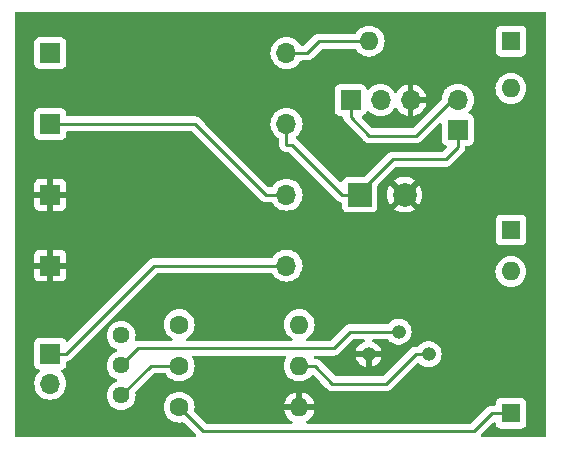
<source format=gbr>
%TF.GenerationSoftware,KiCad,Pcbnew,(7.0.0-0)*%
%TF.CreationDate,2024-03-05T17:03:47+03:00*%
%TF.ProjectId,germanium-power-src,6765726d-616e-4697-956d-2d706f776572,rev?*%
%TF.SameCoordinates,Original*%
%TF.FileFunction,Copper,L1,Top*%
%TF.FilePolarity,Positive*%
%FSLAX46Y46*%
G04 Gerber Fmt 4.6, Leading zero omitted, Abs format (unit mm)*
G04 Created by KiCad (PCBNEW (7.0.0-0)) date 2024-03-05 17:03:47*
%MOMM*%
%LPD*%
G01*
G04 APERTURE LIST*
%TA.AperFunction,ComponentPad*%
%ADD10C,1.440000*%
%TD*%
%TA.AperFunction,ComponentPad*%
%ADD11R,1.700000X1.700000*%
%TD*%
%TA.AperFunction,ComponentPad*%
%ADD12O,1.700000X1.700000*%
%TD*%
%TA.AperFunction,ComponentPad*%
%ADD13C,1.600000*%
%TD*%
%TA.AperFunction,ComponentPad*%
%ADD14O,1.600000X1.600000*%
%TD*%
%TA.AperFunction,ComponentPad*%
%ADD15R,1.600000X1.600000*%
%TD*%
%TA.AperFunction,ComponentPad*%
%ADD16R,2.000000X2.000000*%
%TD*%
%TA.AperFunction,ComponentPad*%
%ADD17C,2.000000*%
%TD*%
%TA.AperFunction,ComponentPad*%
%ADD18O,1.200000X1.200000*%
%TD*%
%TA.AperFunction,Conductor*%
%ADD19C,0.250000*%
%TD*%
G04 APERTURE END LIST*
D10*
%TO.P,RV1,1,1*%
%TO.N,Net-(D1-A)*%
X115500000Y-107420000D03*
%TO.P,RV1,2,2*%
%TO.N,Net-(Q1-B)*%
X115500000Y-109960000D03*
%TO.P,RV1,3,3*%
%TO.N,+12V*%
X115500000Y-112500000D03*
%TD*%
D11*
%TO.P,D3,1,K*%
%TO.N,Net-(D3-K)*%
X109499999Y-83499999D03*
D12*
%TO.P,D3,2,A*%
%TO.N,+12V*%
X129499999Y-83499999D03*
%TD*%
D11*
%TO.P,D4,1,K*%
%TO.N,Net-(D4-K)*%
X109499999Y-89499999D03*
D12*
%TO.P,D4,2,A*%
%TO.N,+12V*%
X129499999Y-89499999D03*
%TD*%
D13*
%TO.P,R3,1*%
%TO.N,+12V*%
X120420000Y-106500000D03*
D14*
%TO.P,R3,2*%
%TO.N,Net-(J2-Pin_1)*%
X130579999Y-106499999D03*
%TD*%
D15*
%TO.P,D1,1,A*%
%TO.N,Net-(D1-A)*%
X148499999Y-113999999D03*
D14*
%TO.P,D1,2,K*%
%TO.N,Net-(D1-K)*%
X148499999Y-101999999D03*
%TD*%
D11*
%TO.P,J1,1,Pin_1*%
%TO.N,Net-(D3-K)*%
X109499999Y-108959999D03*
D12*
%TO.P,J1,2,Pin_2*%
%TO.N,Net-(D4-K)*%
X109499999Y-111499999D03*
%TD*%
D11*
%TO.P,D6,1,K*%
%TO.N,-12V*%
X109499999Y-101499999D03*
D12*
%TO.P,D6,2,A*%
%TO.N,Net-(D3-K)*%
X129499999Y-101499999D03*
%TD*%
D13*
%TO.P,R1,1*%
%TO.N,Net-(D1-A)*%
X120420000Y-113500000D03*
D14*
%TO.P,R1,2*%
%TO.N,-12V*%
X130579999Y-113499999D03*
%TD*%
D13*
%TO.P,R2,1*%
%TO.N,+12V*%
X120420000Y-110000000D03*
D14*
%TO.P,R2,2*%
%TO.N,Net-(J2-Pin_2)*%
X130579999Y-109999999D03*
%TD*%
D15*
%TO.P,D2,1,A*%
%TO.N,Net-(D2-A)*%
X148499999Y-82499999D03*
D14*
%TO.P,D2,2,K*%
%TO.N,+12V*%
X136499999Y-82499999D03*
%TD*%
D11*
%TO.P,J2,1,Pin_1*%
%TO.N,Net-(J2-Pin_1)*%
X134919999Y-87499999D03*
D12*
%TO.P,J2,2,Pin_2*%
%TO.N,Net-(J2-Pin_2)*%
X137459999Y-87499999D03*
%TO.P,J2,3,Pin_3*%
%TO.N,-12V*%
X139999999Y-87499999D03*
%TD*%
D11*
%TO.P,J3,1,Pin_1*%
%TO.N,+12V*%
X143999999Y-89999999D03*
D12*
%TO.P,J3,2,Pin_2*%
%TO.N,Net-(J2-Pin_1)*%
X143999999Y-87459999D03*
%TD*%
D15*
%TO.P,D7,1,A*%
%TO.N,Net-(D1-K)*%
X148499999Y-98499999D03*
D14*
%TO.P,D7,2,K*%
%TO.N,Net-(D2-A)*%
X148499999Y-86499999D03*
%TD*%
D11*
%TO.P,D5,1,K*%
%TO.N,-12V*%
X109499999Y-95499999D03*
D12*
%TO.P,D5,2,A*%
%TO.N,Net-(D4-K)*%
X129499999Y-95499999D03*
%TD*%
D16*
%TO.P,C1,1*%
%TO.N,+12V*%
X135699999Y-95499999D03*
D17*
%TO.P,C1,2*%
%TO.N,-12V*%
X139500000Y-95500000D03*
%TD*%
D18*
%TO.P,Q1,1,C*%
%TO.N,-12V*%
X136449999Y-108999999D03*
%TO.P,Q1,2,B*%
%TO.N,Net-(Q1-B)*%
X138989999Y-107099999D03*
%TO.P,Q1,3,E*%
%TO.N,Net-(J2-Pin_2)*%
X141529999Y-108999999D03*
%TD*%
D19*
%TO.N,Net-(D1-A)*%
X122420000Y-115500000D02*
X120420000Y-113500000D01*
X148500000Y-114000000D02*
X146898100Y-114000000D01*
X145398100Y-115500000D02*
X122420000Y-115500000D01*
X146898100Y-114000000D02*
X145398100Y-115500000D01*
%TO.N,+12V*%
X129950000Y-91251900D02*
X129500000Y-91251900D01*
X132251900Y-82500000D02*
X131251900Y-83500000D01*
X143000000Y-92500000D02*
X138500000Y-92500000D01*
X120420000Y-110000000D02*
X118000000Y-110000000D01*
X129500000Y-83500000D02*
X131251900Y-83500000D01*
X138500000Y-92500000D02*
X135700000Y-95300000D01*
X144000000Y-91500000D02*
X143000000Y-92500000D01*
X118000000Y-110000000D02*
X115500000Y-112500000D01*
X134198100Y-95500000D02*
X129950000Y-91251900D01*
X135700000Y-95300000D02*
X135700000Y-95500000D01*
X129500000Y-89500000D02*
X129500000Y-91251900D01*
X135700000Y-95500000D02*
X134198100Y-95500000D01*
X144000000Y-90000000D02*
X144000000Y-91500000D01*
X136500000Y-82500000D02*
X132251900Y-82500000D01*
%TO.N,-12V*%
X113003800Y-99003800D02*
X111251900Y-97251900D01*
X109500000Y-95500000D02*
X111251900Y-95500000D01*
X139500000Y-95500000D02*
X135996200Y-99003800D01*
X113003800Y-99748100D02*
X113003800Y-99003800D01*
X109500000Y-101500000D02*
X111251900Y-101500000D01*
X135996200Y-99003800D02*
X113003800Y-99003800D01*
X111251900Y-101500000D02*
X113003800Y-99748100D01*
X111251900Y-97251900D02*
X111251900Y-95500000D01*
%TO.N,Net-(J2-Pin_1)*%
X140500000Y-90500000D02*
X143540000Y-87460000D01*
X136500000Y-90500000D02*
X140500000Y-90500000D01*
X143540000Y-87460000D02*
X144000000Y-87460000D01*
X134920000Y-87500000D02*
X134920000Y-88920000D01*
X134920000Y-88920000D02*
X136500000Y-90500000D01*
%TO.N,Net-(J2-Pin_2)*%
X137928100Y-111500000D02*
X133381900Y-111500000D01*
X141530000Y-109000000D02*
X140428100Y-109000000D01*
X140428100Y-109000000D02*
X137928100Y-111500000D01*
X131881900Y-110000000D02*
X130580000Y-110000000D01*
X133381900Y-111500000D02*
X131881900Y-110000000D01*
%TO.N,Net-(Q1-B)*%
X133500000Y-108500000D02*
X116960000Y-108500000D01*
X116960000Y-108500000D02*
X115500000Y-109960000D01*
X138990000Y-107100000D02*
X134900000Y-107100000D01*
X134900000Y-107100000D02*
X133500000Y-108500000D01*
%TO.N,Net-(D3-K)*%
X109500000Y-108960000D02*
X110851900Y-108960000D01*
X110851900Y-108960000D02*
X118311900Y-101500000D01*
X118311900Y-101500000D02*
X129500000Y-101500000D01*
%TO.N,Net-(D4-K)*%
X121748100Y-89500000D02*
X109500000Y-89500000D01*
X129500000Y-95500000D02*
X127748100Y-95500000D01*
X127748100Y-95500000D02*
X121748100Y-89500000D01*
%TD*%
%TA.AperFunction,Conductor*%
%TO.N,-12V*%
G36*
X151438000Y-80016613D02*
G01*
X151483387Y-80062000D01*
X151500000Y-80124000D01*
X151500000Y-115876000D01*
X151483387Y-115938000D01*
X151438000Y-115983387D01*
X151376000Y-116000000D01*
X146082051Y-116000000D01*
X146025756Y-115986485D01*
X145981733Y-115948885D01*
X145959578Y-115895398D01*
X145964120Y-115837682D01*
X145994370Y-115788319D01*
X146990543Y-114792146D01*
X147050782Y-114758904D01*
X147119474Y-114762893D01*
X147175463Y-114802888D01*
X147201510Y-114866575D01*
X147205078Y-114899761D01*
X147205079Y-114899768D01*
X147205909Y-114907483D01*
X147208619Y-114914749D01*
X147208620Y-114914753D01*
X147242217Y-115004831D01*
X147256204Y-115042331D01*
X147342454Y-115157546D01*
X147457669Y-115243796D01*
X147592517Y-115294091D01*
X147652127Y-115300500D01*
X149347872Y-115300499D01*
X149407483Y-115294091D01*
X149542331Y-115243796D01*
X149657546Y-115157546D01*
X149743796Y-115042331D01*
X149794091Y-114907483D01*
X149800500Y-114847873D01*
X149800499Y-113152128D01*
X149794091Y-113092517D01*
X149743796Y-112957669D01*
X149657546Y-112842454D01*
X149645801Y-112833662D01*
X149549431Y-112761519D01*
X149549430Y-112761518D01*
X149542331Y-112756204D01*
X149407483Y-112705909D01*
X149399770Y-112705079D01*
X149399767Y-112705079D01*
X149351180Y-112699855D01*
X149351169Y-112699854D01*
X149347873Y-112699500D01*
X149344550Y-112699500D01*
X147655439Y-112699500D01*
X147655420Y-112699500D01*
X147652128Y-112699501D01*
X147648850Y-112699853D01*
X147648838Y-112699854D01*
X147600231Y-112705079D01*
X147600225Y-112705080D01*
X147592517Y-112705909D01*
X147585252Y-112708618D01*
X147585246Y-112708620D01*
X147465980Y-112753104D01*
X147465978Y-112753104D01*
X147457669Y-112756204D01*
X147450572Y-112761516D01*
X147450568Y-112761519D01*
X147349550Y-112837141D01*
X147349546Y-112837144D01*
X147342454Y-112842454D01*
X147337144Y-112849546D01*
X147337141Y-112849550D01*
X147261519Y-112950568D01*
X147261516Y-112950572D01*
X147256204Y-112957669D01*
X147253104Y-112965978D01*
X147253104Y-112965980D01*
X147208620Y-113085247D01*
X147208619Y-113085250D01*
X147205909Y-113092517D01*
X147205079Y-113100227D01*
X147205079Y-113100232D01*
X147199855Y-113148819D01*
X147199854Y-113148831D01*
X147199500Y-113152127D01*
X147199500Y-113155449D01*
X147199500Y-113250500D01*
X147182887Y-113312500D01*
X147137500Y-113357887D01*
X147075500Y-113374500D01*
X146975871Y-113374500D01*
X146964818Y-113373979D01*
X146957432Y-113372328D01*
X146949634Y-113372573D01*
X146890244Y-113374439D01*
X146886350Y-113374500D01*
X146858750Y-113374500D01*
X146854899Y-113374986D01*
X146854868Y-113374988D01*
X146854740Y-113375005D01*
X146843129Y-113375918D01*
X146807267Y-113377045D01*
X146807259Y-113377046D01*
X146799473Y-113377291D01*
X146791985Y-113379466D01*
X146791986Y-113379466D01*
X146780234Y-113382880D01*
X146761195Y-113386822D01*
X146749048Y-113388357D01*
X146749040Y-113388358D01*
X146741308Y-113389336D01*
X146734062Y-113392204D01*
X146734057Y-113392206D01*
X146700685Y-113405419D01*
X146689639Y-113409200D01*
X146682148Y-113411377D01*
X146655194Y-113419208D01*
X146655189Y-113419209D01*
X146647710Y-113421383D01*
X146641008Y-113425346D01*
X146640997Y-113425351D01*
X146630464Y-113431581D01*
X146613000Y-113440136D01*
X146601624Y-113444640D01*
X146601617Y-113444643D01*
X146594368Y-113447514D01*
X146588062Y-113452094D01*
X146588057Y-113452098D01*
X146559027Y-113473189D01*
X146549269Y-113479598D01*
X146523895Y-113494605D01*
X146511679Y-113501830D01*
X146506163Y-113507344D01*
X146506156Y-113507351D01*
X146497507Y-113516000D01*
X146482724Y-113528626D01*
X146472827Y-113535817D01*
X146472820Y-113535823D01*
X146466513Y-113540406D01*
X146461546Y-113546408D01*
X146461535Y-113546420D01*
X146438670Y-113574059D01*
X146430810Y-113582697D01*
X145175328Y-114838181D01*
X145135100Y-114865061D01*
X145087647Y-114874500D01*
X131267766Y-114874500D01*
X131203901Y-114856789D01*
X131158280Y-114808714D01*
X131143936Y-114744010D01*
X131164966Y-114681160D01*
X131215362Y-114638118D01*
X131227576Y-114632422D01*
X131236912Y-114627032D01*
X131414381Y-114502767D01*
X131422647Y-114495830D01*
X131575830Y-114342647D01*
X131582767Y-114334381D01*
X131707032Y-114156912D01*
X131712420Y-114147580D01*
X131803977Y-113951234D01*
X131807669Y-113941092D01*
X131855179Y-113763780D01*
X131855547Y-113752551D01*
X131844605Y-113750000D01*
X129315395Y-113750000D01*
X129304452Y-113752551D01*
X129304820Y-113763780D01*
X129352330Y-113941092D01*
X129356022Y-113951234D01*
X129447579Y-114147580D01*
X129452967Y-114156912D01*
X129577232Y-114334381D01*
X129584169Y-114342647D01*
X129737352Y-114495830D01*
X129745618Y-114502767D01*
X129923087Y-114627032D01*
X129932423Y-114632422D01*
X129944638Y-114638118D01*
X129995034Y-114681160D01*
X130016064Y-114744010D01*
X130001720Y-114808714D01*
X129956099Y-114856789D01*
X129892234Y-114874500D01*
X122730453Y-114874500D01*
X122683000Y-114865061D01*
X122642772Y-114838181D01*
X121719413Y-113914822D01*
X121687319Y-113859234D01*
X121687319Y-113795047D01*
X121699390Y-113750000D01*
X121705635Y-113726692D01*
X121725468Y-113500000D01*
X121705635Y-113273308D01*
X121698706Y-113247448D01*
X129304452Y-113247448D01*
X129315395Y-113250000D01*
X130313674Y-113250000D01*
X130326549Y-113246549D01*
X130330000Y-113233674D01*
X130830000Y-113233674D01*
X130833450Y-113246549D01*
X130846326Y-113250000D01*
X131844605Y-113250000D01*
X131855547Y-113247448D01*
X131855179Y-113236219D01*
X131807669Y-113058907D01*
X131803977Y-113048765D01*
X131712420Y-112852419D01*
X131707032Y-112843087D01*
X131582767Y-112665618D01*
X131575830Y-112657352D01*
X131422647Y-112504169D01*
X131414381Y-112497232D01*
X131236912Y-112372967D01*
X131227580Y-112367579D01*
X131031234Y-112276022D01*
X131021092Y-112272330D01*
X130843780Y-112224820D01*
X130832551Y-112224452D01*
X130830000Y-112235395D01*
X130830000Y-113233674D01*
X130330000Y-113233674D01*
X130330000Y-112235395D01*
X130327448Y-112224452D01*
X130316219Y-112224820D01*
X130138907Y-112272330D01*
X130128765Y-112276022D01*
X129932419Y-112367579D01*
X129923087Y-112372967D01*
X129745618Y-112497232D01*
X129737352Y-112504169D01*
X129584169Y-112657352D01*
X129577232Y-112665618D01*
X129452967Y-112843087D01*
X129447579Y-112852419D01*
X129356022Y-113048765D01*
X129352330Y-113058907D01*
X129304820Y-113236219D01*
X129304452Y-113247448D01*
X121698706Y-113247448D01*
X121672284Y-113148838D01*
X121648141Y-113058736D01*
X121648140Y-113058734D01*
X121646739Y-113053504D01*
X121550568Y-112847266D01*
X121420047Y-112660861D01*
X121259139Y-112499953D01*
X121197224Y-112456600D01*
X121077173Y-112372540D01*
X121077171Y-112372539D01*
X121072734Y-112369432D01*
X121008145Y-112339313D01*
X120871405Y-112275550D01*
X120871403Y-112275549D01*
X120866496Y-112273261D01*
X120861271Y-112271861D01*
X120861263Y-112271858D01*
X120651916Y-112215764D01*
X120651907Y-112215762D01*
X120646692Y-112214365D01*
X120641304Y-112213893D01*
X120641301Y-112213893D01*
X120425395Y-112195004D01*
X120420000Y-112194532D01*
X120414605Y-112195004D01*
X120198698Y-112213893D01*
X120198693Y-112213893D01*
X120193308Y-112214365D01*
X120188094Y-112215762D01*
X120188083Y-112215764D01*
X119978736Y-112271858D01*
X119978724Y-112271862D01*
X119973504Y-112273261D01*
X119968599Y-112275547D01*
X119968594Y-112275550D01*
X119772176Y-112367142D01*
X119772172Y-112367144D01*
X119767266Y-112369432D01*
X119762833Y-112372535D01*
X119762826Y-112372540D01*
X119585296Y-112496847D01*
X119585291Y-112496850D01*
X119580861Y-112499953D01*
X119577037Y-112503776D01*
X119577031Y-112503782D01*
X119423782Y-112657031D01*
X119423776Y-112657037D01*
X119419953Y-112660861D01*
X119416850Y-112665291D01*
X119416847Y-112665296D01*
X119292540Y-112842826D01*
X119292535Y-112842833D01*
X119289432Y-112847266D01*
X119287144Y-112852172D01*
X119287142Y-112852176D01*
X119195550Y-113048594D01*
X119195547Y-113048599D01*
X119193261Y-113053504D01*
X119191862Y-113058724D01*
X119191858Y-113058736D01*
X119135764Y-113268083D01*
X119135762Y-113268094D01*
X119134365Y-113273308D01*
X119133893Y-113278693D01*
X119133893Y-113278698D01*
X119119910Y-113438529D01*
X119114532Y-113500000D01*
X119115004Y-113505395D01*
X119133892Y-113721293D01*
X119134365Y-113726692D01*
X119135762Y-113731907D01*
X119135764Y-113731916D01*
X119191858Y-113941263D01*
X119191861Y-113941271D01*
X119193261Y-113946496D01*
X119289432Y-114152734D01*
X119419953Y-114339139D01*
X119580861Y-114500047D01*
X119767266Y-114630568D01*
X119973504Y-114726739D01*
X119978734Y-114728140D01*
X119978736Y-114728141D01*
X120055800Y-114748790D01*
X120193308Y-114785635D01*
X120420000Y-114805468D01*
X120646692Y-114785635D01*
X120715048Y-114767319D01*
X120779234Y-114767319D01*
X120834822Y-114799413D01*
X121823728Y-115788319D01*
X121853978Y-115837682D01*
X121858520Y-115895398D01*
X121836365Y-115948885D01*
X121792342Y-115986485D01*
X121736047Y-116000000D01*
X106624000Y-116000000D01*
X106562000Y-115983387D01*
X106516613Y-115938000D01*
X106500000Y-115876000D01*
X106500000Y-111500000D01*
X108144341Y-111500000D01*
X108164937Y-111735408D01*
X108166336Y-111740630D01*
X108166337Y-111740634D01*
X108224694Y-111958430D01*
X108224697Y-111958438D01*
X108226097Y-111963663D01*
X108228385Y-111968570D01*
X108228386Y-111968572D01*
X108323678Y-112172927D01*
X108323681Y-112172933D01*
X108325965Y-112177830D01*
X108329064Y-112182257D01*
X108329066Y-112182259D01*
X108458399Y-112366966D01*
X108458402Y-112366970D01*
X108461505Y-112371401D01*
X108628599Y-112538495D01*
X108822170Y-112674035D01*
X109036337Y-112773903D01*
X109264592Y-112835063D01*
X109500000Y-112855659D01*
X109735408Y-112835063D01*
X109963663Y-112773903D01*
X110177830Y-112674035D01*
X110371401Y-112538495D01*
X110409896Y-112500000D01*
X114274838Y-112500000D01*
X114275310Y-112505395D01*
X114292852Y-112705909D01*
X114293451Y-112712747D01*
X114294851Y-112717971D01*
X114347321Y-112913797D01*
X114347324Y-112913805D01*
X114348724Y-112919030D01*
X114351012Y-112923937D01*
X114351013Y-112923939D01*
X114366742Y-112957669D01*
X114438979Y-113112581D01*
X114561471Y-113287519D01*
X114712481Y-113438529D01*
X114887419Y-113561021D01*
X115080970Y-113651276D01*
X115287253Y-113706549D01*
X115500000Y-113725162D01*
X115712747Y-113706549D01*
X115919030Y-113651276D01*
X116112581Y-113561021D01*
X116287519Y-113438529D01*
X116438529Y-113287519D01*
X116561021Y-113112581D01*
X116651276Y-112919030D01*
X116706549Y-112712747D01*
X116725162Y-112500000D01*
X116706549Y-112287253D01*
X116701999Y-112270276D01*
X116701997Y-112206087D01*
X116734090Y-112150498D01*
X118222771Y-110661819D01*
X118263000Y-110634939D01*
X118310453Y-110625500D01*
X119205812Y-110625500D01*
X119263069Y-110639511D01*
X119307387Y-110678377D01*
X119358482Y-110751348D01*
X119419953Y-110839139D01*
X119580861Y-111000047D01*
X119767266Y-111130568D01*
X119973504Y-111226739D01*
X119978734Y-111228140D01*
X119978736Y-111228141D01*
X120097629Y-111259998D01*
X120193308Y-111285635D01*
X120420000Y-111305468D01*
X120646692Y-111285635D01*
X120866496Y-111226739D01*
X121072734Y-111130568D01*
X121259139Y-111000047D01*
X121420047Y-110839139D01*
X121550568Y-110652734D01*
X121646739Y-110446496D01*
X121705635Y-110226692D01*
X121725468Y-110000000D01*
X121705635Y-109773308D01*
X121675782Y-109661894D01*
X121648141Y-109558736D01*
X121648140Y-109558734D01*
X121646739Y-109553504D01*
X121550568Y-109347266D01*
X121531912Y-109320622D01*
X121509753Y-109257609D01*
X121523499Y-109192242D01*
X121569161Y-109143491D01*
X121633488Y-109125500D01*
X129366512Y-109125500D01*
X129430839Y-109143491D01*
X129476501Y-109192242D01*
X129490247Y-109257609D01*
X129468087Y-109320622D01*
X129449432Y-109347266D01*
X129447144Y-109352172D01*
X129447142Y-109352176D01*
X129355550Y-109548594D01*
X129355547Y-109548599D01*
X129353261Y-109553504D01*
X129351862Y-109558724D01*
X129351858Y-109558736D01*
X129295764Y-109768083D01*
X129295762Y-109768094D01*
X129294365Y-109773308D01*
X129293893Y-109778693D01*
X129293893Y-109778698D01*
X129275767Y-109985882D01*
X129274532Y-110000000D01*
X129275004Y-110005395D01*
X129291966Y-110199280D01*
X129294365Y-110226692D01*
X129295762Y-110231907D01*
X129295764Y-110231916D01*
X129351858Y-110441263D01*
X129351861Y-110441271D01*
X129353261Y-110446496D01*
X129449432Y-110652734D01*
X129579953Y-110839139D01*
X129740861Y-111000047D01*
X129927266Y-111130568D01*
X130133504Y-111226739D01*
X130138734Y-111228140D01*
X130138736Y-111228141D01*
X130257629Y-111259998D01*
X130353308Y-111285635D01*
X130580000Y-111305468D01*
X130806692Y-111285635D01*
X131026496Y-111226739D01*
X131232734Y-111130568D01*
X131419139Y-111000047D01*
X131580047Y-110839139D01*
X131600883Y-110809381D01*
X131640452Y-110773122D01*
X131691645Y-110756979D01*
X131744864Y-110763985D01*
X131790135Y-110792825D01*
X132343830Y-111346521D01*
X132884607Y-111887298D01*
X132892059Y-111895487D01*
X132896114Y-111901877D01*
X132945123Y-111947900D01*
X132947919Y-111950610D01*
X132967429Y-111970120D01*
X132970609Y-111972587D01*
X132979471Y-111980155D01*
X132992780Y-111992654D01*
X133005632Y-112004723D01*
X133005634Y-112004724D01*
X133011318Y-112010062D01*
X133018151Y-112013818D01*
X133018152Y-112013819D01*
X133028873Y-112019713D01*
X133045134Y-112030394D01*
X133060964Y-112042673D01*
X133101055Y-112060021D01*
X133111535Y-112065155D01*
X133149808Y-112086197D01*
X133169216Y-112091180D01*
X133187619Y-112097481D01*
X133198844Y-112102339D01*
X133198846Y-112102339D01*
X133206004Y-112105437D01*
X133249158Y-112112271D01*
X133260544Y-112114629D01*
X133302881Y-112125500D01*
X133322917Y-112125500D01*
X133342315Y-112127027D01*
X133354386Y-112128939D01*
X133354387Y-112128939D01*
X133362096Y-112130160D01*
X133400176Y-112126560D01*
X133405576Y-112126050D01*
X133417245Y-112125500D01*
X137850325Y-112125500D01*
X137861380Y-112126021D01*
X137868767Y-112127673D01*
X137935972Y-112125561D01*
X137939868Y-112125500D01*
X137963548Y-112125500D01*
X137967450Y-112125500D01*
X137971413Y-112124999D01*
X137983063Y-112124080D01*
X138026727Y-112122709D01*
X138045961Y-112117119D01*
X138065017Y-112113174D01*
X138084892Y-112110664D01*
X138125495Y-112094587D01*
X138136550Y-112090802D01*
X138178490Y-112078618D01*
X138195729Y-112068422D01*
X138213203Y-112059862D01*
X138224574Y-112055360D01*
X138224576Y-112055358D01*
X138231832Y-112052486D01*
X138267169Y-112026811D01*
X138276924Y-112020403D01*
X138314520Y-111998170D01*
X138328684Y-111984005D01*
X138343479Y-111971368D01*
X138359687Y-111959594D01*
X138387528Y-111925938D01*
X138395379Y-111917309D01*
X140553599Y-109759089D01*
X140607344Y-109727506D01*
X140669668Y-109726066D01*
X140724814Y-109755134D01*
X140863959Y-109881981D01*
X141037363Y-109989348D01*
X141227544Y-110063024D01*
X141428024Y-110100500D01*
X141626247Y-110100500D01*
X141631976Y-110100500D01*
X141832456Y-110063024D01*
X142022637Y-109989348D01*
X142196041Y-109881981D01*
X142346764Y-109744579D01*
X142469673Y-109581821D01*
X142560582Y-109399250D01*
X142616397Y-109203083D01*
X142635215Y-109000000D01*
X142616397Y-108796917D01*
X142560582Y-108600750D01*
X142469673Y-108418179D01*
X142399479Y-108325227D01*
X142350221Y-108259998D01*
X142350217Y-108259994D01*
X142346764Y-108255421D01*
X142342527Y-108251558D01*
X142342523Y-108251554D01*
X142200275Y-108121879D01*
X142200276Y-108121879D01*
X142196041Y-108118019D01*
X142191171Y-108115004D01*
X142191169Y-108115002D01*
X142027511Y-108013670D01*
X142027512Y-108013670D01*
X142022637Y-108010652D01*
X142001638Y-108002517D01*
X141837803Y-107939047D01*
X141837798Y-107939045D01*
X141832456Y-107936976D01*
X141799888Y-107930888D01*
X141637605Y-107900552D01*
X141637602Y-107900551D01*
X141631976Y-107899500D01*
X141428024Y-107899500D01*
X141422398Y-107900551D01*
X141422394Y-107900552D01*
X141233181Y-107935922D01*
X141233178Y-107935922D01*
X141227544Y-107936976D01*
X141222203Y-107939044D01*
X141222196Y-107939047D01*
X141042705Y-108008582D01*
X141042700Y-108008584D01*
X141037363Y-108010652D01*
X141032491Y-108013668D01*
X141032488Y-108013670D01*
X140868830Y-108115002D01*
X140868822Y-108115007D01*
X140863959Y-108118019D01*
X140859728Y-108121875D01*
X140859724Y-108121879D01*
X140717476Y-108251554D01*
X140717466Y-108251564D01*
X140713236Y-108255421D01*
X140709787Y-108259987D01*
X140709778Y-108259998D01*
X140660521Y-108325227D01*
X140616839Y-108361500D01*
X140561567Y-108374500D01*
X140505875Y-108374500D01*
X140494819Y-108373978D01*
X140487433Y-108372327D01*
X140479645Y-108372571D01*
X140479638Y-108372571D01*
X140420227Y-108374439D01*
X140416332Y-108374500D01*
X140388750Y-108374500D01*
X140384905Y-108374985D01*
X140384880Y-108374987D01*
X140384753Y-108375004D01*
X140373134Y-108375918D01*
X140337272Y-108377045D01*
X140337265Y-108377046D01*
X140329473Y-108377291D01*
X140321988Y-108379465D01*
X140321972Y-108379468D01*
X140310226Y-108382881D01*
X140291183Y-108386825D01*
X140279049Y-108388358D01*
X140279048Y-108388358D01*
X140271308Y-108389336D01*
X140264058Y-108392205D01*
X140264051Y-108392208D01*
X140230698Y-108405413D01*
X140219654Y-108409194D01*
X140185201Y-108419204D01*
X140185190Y-108419208D01*
X140177710Y-108421382D01*
X140170998Y-108425351D01*
X140170996Y-108425352D01*
X140160464Y-108431580D01*
X140143004Y-108440134D01*
X140131619Y-108444642D01*
X140131613Y-108444644D01*
X140124368Y-108447514D01*
X140118063Y-108452094D01*
X140118055Y-108452099D01*
X140089032Y-108473185D01*
X140079274Y-108479595D01*
X140048396Y-108497857D01*
X140048390Y-108497861D01*
X140041680Y-108501830D01*
X140036167Y-108507341D01*
X140036160Y-108507348D01*
X140027510Y-108515998D01*
X140012727Y-108528624D01*
X140002826Y-108535817D01*
X140002816Y-108535826D01*
X139996513Y-108540406D01*
X139991544Y-108546411D01*
X139991541Y-108546415D01*
X139968672Y-108574059D01*
X139960811Y-108582697D01*
X137705328Y-110838181D01*
X137665100Y-110865061D01*
X137617647Y-110874500D01*
X133692353Y-110874500D01*
X133644900Y-110865061D01*
X133604672Y-110838181D01*
X132379186Y-109612695D01*
X132371742Y-109604514D01*
X132367686Y-109598123D01*
X132318675Y-109552098D01*
X132315878Y-109549387D01*
X132299127Y-109532636D01*
X132296371Y-109529880D01*
X132293190Y-109527412D01*
X132284314Y-109519830D01*
X132258169Y-109495278D01*
X132258167Y-109495276D01*
X132252482Y-109489938D01*
X132245649Y-109486182D01*
X132245643Y-109486177D01*
X132234925Y-109480285D01*
X132218666Y-109469606D01*
X132208995Y-109462104D01*
X132208992Y-109462102D01*
X132202836Y-109457327D01*
X132195679Y-109454229D01*
X132195676Y-109454228D01*
X132162749Y-109439978D01*
X132152263Y-109434841D01*
X132120832Y-109417562D01*
X132120823Y-109417558D01*
X132113992Y-109413803D01*
X132106435Y-109411862D01*
X132106431Y-109411861D01*
X132094588Y-109408820D01*
X132076184Y-109402519D01*
X132064957Y-109397660D01*
X132064950Y-109397658D01*
X132057796Y-109394562D01*
X132050092Y-109393341D01*
X132050090Y-109393341D01*
X132014659Y-109387729D01*
X132003224Y-109385361D01*
X131968471Y-109376438D01*
X131968463Y-109376437D01*
X131960919Y-109374500D01*
X131953123Y-109374500D01*
X131940883Y-109374500D01*
X131921486Y-109372973D01*
X131915172Y-109371973D01*
X131859083Y-109347876D01*
X131821290Y-109299936D01*
X131813152Y-109252579D01*
X135380888Y-109252579D01*
X135381409Y-109263838D01*
X135418315Y-109393549D01*
X135422444Y-109404205D01*
X135508199Y-109576424D01*
X135514206Y-109586127D01*
X135630149Y-109739662D01*
X135637847Y-109748106D01*
X135780027Y-109877719D01*
X135789131Y-109884595D01*
X135952715Y-109985882D01*
X135962928Y-109990968D01*
X136142333Y-110060469D01*
X136153317Y-110063594D01*
X136186570Y-110069810D01*
X136197598Y-110069428D01*
X136200000Y-110058661D01*
X136700000Y-110058661D01*
X136702401Y-110069428D01*
X136713429Y-110069810D01*
X136746682Y-110063594D01*
X136757666Y-110060469D01*
X136937071Y-109990968D01*
X136947284Y-109985882D01*
X137110868Y-109884595D01*
X137119972Y-109877719D01*
X137262152Y-109748106D01*
X137269850Y-109739662D01*
X137385793Y-109586127D01*
X137391800Y-109576424D01*
X137477555Y-109404205D01*
X137481684Y-109393549D01*
X137518590Y-109263838D01*
X137519111Y-109252579D01*
X137508143Y-109250000D01*
X136716326Y-109250000D01*
X136703450Y-109253450D01*
X136700000Y-109266326D01*
X136700000Y-110058661D01*
X136200000Y-110058661D01*
X136200000Y-109266326D01*
X136196549Y-109253450D01*
X136183674Y-109250000D01*
X135391857Y-109250000D01*
X135380888Y-109252579D01*
X131813152Y-109252579D01*
X131810951Y-109239771D01*
X131830574Y-109181965D01*
X131875401Y-109140527D01*
X131934569Y-109125500D01*
X133422225Y-109125500D01*
X133433280Y-109126021D01*
X133440667Y-109127673D01*
X133507872Y-109125561D01*
X133511768Y-109125500D01*
X133535448Y-109125500D01*
X133539350Y-109125500D01*
X133543313Y-109124999D01*
X133554963Y-109124080D01*
X133598627Y-109122709D01*
X133617861Y-109117119D01*
X133636917Y-109113174D01*
X133656792Y-109110664D01*
X133697395Y-109094587D01*
X133708450Y-109090802D01*
X133750390Y-109078618D01*
X133767629Y-109068422D01*
X133785103Y-109059862D01*
X133796474Y-109055360D01*
X133796476Y-109055358D01*
X133803732Y-109052486D01*
X133839069Y-109026811D01*
X133848824Y-109020403D01*
X133886420Y-108998170D01*
X133900584Y-108984005D01*
X133915379Y-108971368D01*
X133931587Y-108959594D01*
X133959428Y-108925938D01*
X133967279Y-108917309D01*
X135122771Y-107761819D01*
X135163000Y-107734939D01*
X135210453Y-107725500D01*
X136031467Y-107725500D01*
X136096745Y-107744073D01*
X136142467Y-107794229D01*
X136154938Y-107860942D01*
X136130421Y-107924227D01*
X136076260Y-107965127D01*
X135962932Y-108009029D01*
X135952715Y-108014117D01*
X135789131Y-108115404D01*
X135780027Y-108122280D01*
X135637847Y-108251893D01*
X135630149Y-108260337D01*
X135514206Y-108413872D01*
X135508199Y-108423575D01*
X135422444Y-108595794D01*
X135418315Y-108606450D01*
X135381409Y-108736161D01*
X135380888Y-108747420D01*
X135391857Y-108750000D01*
X137508143Y-108750000D01*
X137519111Y-108747420D01*
X137518590Y-108736161D01*
X137481684Y-108606450D01*
X137477555Y-108595794D01*
X137391800Y-108423575D01*
X137385793Y-108413872D01*
X137269850Y-108260337D01*
X137262152Y-108251893D01*
X137119972Y-108122280D01*
X137110868Y-108115404D01*
X136947284Y-108014117D01*
X136937067Y-108009029D01*
X136823740Y-107965127D01*
X136769579Y-107924227D01*
X136745062Y-107860942D01*
X136757533Y-107794229D01*
X136803255Y-107744073D01*
X136868533Y-107725500D01*
X138021567Y-107725500D01*
X138076839Y-107738500D01*
X138120521Y-107774773D01*
X138169778Y-107840001D01*
X138169783Y-107840006D01*
X138173236Y-107844579D01*
X138177472Y-107848440D01*
X138177476Y-107848445D01*
X138273435Y-107935922D01*
X138323959Y-107981981D01*
X138497363Y-108089348D01*
X138687544Y-108163024D01*
X138888024Y-108200500D01*
X139086247Y-108200500D01*
X139091976Y-108200500D01*
X139292456Y-108163024D01*
X139482637Y-108089348D01*
X139656041Y-107981981D01*
X139806764Y-107844579D01*
X139929673Y-107681821D01*
X140020582Y-107499250D01*
X140076397Y-107303083D01*
X140095215Y-107100000D01*
X140076397Y-106896917D01*
X140020582Y-106700750D01*
X139929673Y-106518179D01*
X139859479Y-106425227D01*
X139810221Y-106359998D01*
X139810217Y-106359994D01*
X139806764Y-106355421D01*
X139802527Y-106351558D01*
X139802523Y-106351554D01*
X139660275Y-106221879D01*
X139660276Y-106221879D01*
X139656041Y-106218019D01*
X139651171Y-106215004D01*
X139651169Y-106215002D01*
X139487511Y-106113670D01*
X139487512Y-106113670D01*
X139482637Y-106110652D01*
X139477294Y-106108582D01*
X139297803Y-106039047D01*
X139297798Y-106039045D01*
X139292456Y-106036976D01*
X139286818Y-106035922D01*
X139097605Y-106000552D01*
X139097602Y-106000551D01*
X139091976Y-105999500D01*
X138888024Y-105999500D01*
X138882398Y-106000551D01*
X138882394Y-106000552D01*
X138693181Y-106035922D01*
X138693178Y-106035922D01*
X138687544Y-106036976D01*
X138682203Y-106039044D01*
X138682196Y-106039047D01*
X138502705Y-106108582D01*
X138502700Y-106108584D01*
X138497363Y-106110652D01*
X138492491Y-106113668D01*
X138492488Y-106113670D01*
X138328830Y-106215002D01*
X138328822Y-106215007D01*
X138323959Y-106218019D01*
X138319728Y-106221875D01*
X138319724Y-106221879D01*
X138177476Y-106351554D01*
X138177466Y-106351564D01*
X138173236Y-106355421D01*
X138169787Y-106359987D01*
X138169778Y-106359998D01*
X138120521Y-106425227D01*
X138076839Y-106461500D01*
X138021567Y-106474500D01*
X134977775Y-106474500D01*
X134966719Y-106473978D01*
X134959333Y-106472327D01*
X134951545Y-106472571D01*
X134951538Y-106472571D01*
X134892127Y-106474439D01*
X134888232Y-106474500D01*
X134860650Y-106474500D01*
X134856805Y-106474985D01*
X134856780Y-106474987D01*
X134856653Y-106475004D01*
X134845034Y-106475918D01*
X134809172Y-106477045D01*
X134809165Y-106477046D01*
X134801373Y-106477291D01*
X134793888Y-106479465D01*
X134793872Y-106479468D01*
X134782126Y-106482881D01*
X134763083Y-106486825D01*
X134750949Y-106488358D01*
X134750948Y-106488358D01*
X134743208Y-106489336D01*
X134735958Y-106492205D01*
X134735951Y-106492208D01*
X134702598Y-106505413D01*
X134691554Y-106509194D01*
X134657101Y-106519204D01*
X134657090Y-106519208D01*
X134649610Y-106521382D01*
X134642898Y-106525351D01*
X134642896Y-106525352D01*
X134632364Y-106531580D01*
X134614904Y-106540134D01*
X134603519Y-106544642D01*
X134603513Y-106544644D01*
X134596268Y-106547514D01*
X134589963Y-106552094D01*
X134589955Y-106552099D01*
X134560932Y-106573185D01*
X134551174Y-106579595D01*
X134520296Y-106597857D01*
X134520290Y-106597861D01*
X134513580Y-106601830D01*
X134508067Y-106607341D01*
X134508060Y-106607348D01*
X134499410Y-106615998D01*
X134484627Y-106628624D01*
X134474726Y-106635817D01*
X134474716Y-106635826D01*
X134468413Y-106640406D01*
X134463444Y-106646411D01*
X134463441Y-106646415D01*
X134440572Y-106674059D01*
X134432711Y-106682697D01*
X133277228Y-107838181D01*
X133237000Y-107865061D01*
X133189547Y-107874500D01*
X131268948Y-107874500D01*
X131205083Y-107856789D01*
X131159463Y-107808715D01*
X131145118Y-107744010D01*
X131166147Y-107681160D01*
X131216543Y-107638118D01*
X131216865Y-107637968D01*
X131232734Y-107630568D01*
X131419139Y-107500047D01*
X131580047Y-107339139D01*
X131710568Y-107152734D01*
X131806739Y-106946496D01*
X131865635Y-106726692D01*
X131885468Y-106500000D01*
X131865635Y-106273308D01*
X131806739Y-106053504D01*
X131710568Y-105847266D01*
X131580047Y-105660861D01*
X131419139Y-105499953D01*
X131232734Y-105369432D01*
X131026496Y-105273261D01*
X131021271Y-105271861D01*
X131021263Y-105271858D01*
X130811916Y-105215764D01*
X130811907Y-105215762D01*
X130806692Y-105214365D01*
X130801304Y-105213893D01*
X130801301Y-105213893D01*
X130585395Y-105195004D01*
X130580000Y-105194532D01*
X130574605Y-105195004D01*
X130358698Y-105213893D01*
X130358693Y-105213893D01*
X130353308Y-105214365D01*
X130348094Y-105215762D01*
X130348083Y-105215764D01*
X130138736Y-105271858D01*
X130138724Y-105271862D01*
X130133504Y-105273261D01*
X130128599Y-105275547D01*
X130128594Y-105275550D01*
X129932176Y-105367142D01*
X129932172Y-105367144D01*
X129927266Y-105369432D01*
X129922833Y-105372535D01*
X129922826Y-105372540D01*
X129745296Y-105496847D01*
X129745291Y-105496850D01*
X129740861Y-105499953D01*
X129737037Y-105503776D01*
X129737031Y-105503782D01*
X129583782Y-105657031D01*
X129583776Y-105657037D01*
X129579953Y-105660861D01*
X129576850Y-105665291D01*
X129576847Y-105665296D01*
X129452540Y-105842826D01*
X129452535Y-105842833D01*
X129449432Y-105847266D01*
X129447144Y-105852172D01*
X129447142Y-105852176D01*
X129355550Y-106048594D01*
X129355547Y-106048599D01*
X129353261Y-106053504D01*
X129351862Y-106058724D01*
X129351858Y-106058736D01*
X129295764Y-106268083D01*
X129295762Y-106268094D01*
X129294365Y-106273308D01*
X129293893Y-106278693D01*
X129293893Y-106278698D01*
X129286598Y-106362087D01*
X129274532Y-106500000D01*
X129275004Y-106505395D01*
X129287341Y-106646415D01*
X129294365Y-106726692D01*
X129295762Y-106731907D01*
X129295764Y-106731916D01*
X129351858Y-106941263D01*
X129351861Y-106941271D01*
X129353261Y-106946496D01*
X129355549Y-106951403D01*
X129355550Y-106951405D01*
X129419313Y-107088145D01*
X129449432Y-107152734D01*
X129579953Y-107339139D01*
X129740861Y-107500047D01*
X129927266Y-107630568D01*
X129943135Y-107637968D01*
X129943457Y-107638118D01*
X129993853Y-107681160D01*
X130014882Y-107744010D01*
X130000537Y-107808715D01*
X129954917Y-107856789D01*
X129891052Y-107874500D01*
X121108948Y-107874500D01*
X121045083Y-107856789D01*
X120999463Y-107808715D01*
X120985118Y-107744010D01*
X121006147Y-107681160D01*
X121056543Y-107638118D01*
X121056865Y-107637968D01*
X121072734Y-107630568D01*
X121259139Y-107500047D01*
X121420047Y-107339139D01*
X121550568Y-107152734D01*
X121646739Y-106946496D01*
X121705635Y-106726692D01*
X121725468Y-106500000D01*
X121705635Y-106273308D01*
X121646739Y-106053504D01*
X121550568Y-105847266D01*
X121420047Y-105660861D01*
X121259139Y-105499953D01*
X121072734Y-105369432D01*
X120866496Y-105273261D01*
X120861271Y-105271861D01*
X120861263Y-105271858D01*
X120651916Y-105215764D01*
X120651907Y-105215762D01*
X120646692Y-105214365D01*
X120641304Y-105213893D01*
X120641301Y-105213893D01*
X120425395Y-105195004D01*
X120420000Y-105194532D01*
X120414605Y-105195004D01*
X120198698Y-105213893D01*
X120198693Y-105213893D01*
X120193308Y-105214365D01*
X120188094Y-105215762D01*
X120188083Y-105215764D01*
X119978736Y-105271858D01*
X119978724Y-105271862D01*
X119973504Y-105273261D01*
X119968599Y-105275547D01*
X119968594Y-105275550D01*
X119772176Y-105367142D01*
X119772172Y-105367144D01*
X119767266Y-105369432D01*
X119762833Y-105372535D01*
X119762826Y-105372540D01*
X119585296Y-105496847D01*
X119585291Y-105496850D01*
X119580861Y-105499953D01*
X119577037Y-105503776D01*
X119577031Y-105503782D01*
X119423782Y-105657031D01*
X119423776Y-105657037D01*
X119419953Y-105660861D01*
X119416850Y-105665291D01*
X119416847Y-105665296D01*
X119292540Y-105842826D01*
X119292535Y-105842833D01*
X119289432Y-105847266D01*
X119287144Y-105852172D01*
X119287142Y-105852176D01*
X119195550Y-106048594D01*
X119195547Y-106048599D01*
X119193261Y-106053504D01*
X119191862Y-106058724D01*
X119191858Y-106058736D01*
X119135764Y-106268083D01*
X119135762Y-106268094D01*
X119134365Y-106273308D01*
X119133893Y-106278693D01*
X119133893Y-106278698D01*
X119126598Y-106362087D01*
X119114532Y-106500000D01*
X119115004Y-106505395D01*
X119127341Y-106646415D01*
X119134365Y-106726692D01*
X119135762Y-106731907D01*
X119135764Y-106731916D01*
X119191858Y-106941263D01*
X119191861Y-106941271D01*
X119193261Y-106946496D01*
X119195549Y-106951403D01*
X119195550Y-106951405D01*
X119259313Y-107088145D01*
X119289432Y-107152734D01*
X119419953Y-107339139D01*
X119580861Y-107500047D01*
X119767266Y-107630568D01*
X119783135Y-107637968D01*
X119783457Y-107638118D01*
X119833853Y-107681160D01*
X119854882Y-107744010D01*
X119840537Y-107808715D01*
X119794917Y-107856789D01*
X119731052Y-107874500D01*
X117037775Y-107874500D01*
X117026719Y-107873978D01*
X117019333Y-107872327D01*
X117011545Y-107872571D01*
X117011538Y-107872571D01*
X116952127Y-107874439D01*
X116948232Y-107874500D01*
X116920650Y-107874500D01*
X116916805Y-107874985D01*
X116916780Y-107874987D01*
X116916653Y-107875004D01*
X116905034Y-107875918D01*
X116869172Y-107877045D01*
X116869165Y-107877046D01*
X116861373Y-107877291D01*
X116853888Y-107879465D01*
X116853872Y-107879468D01*
X116842126Y-107882881D01*
X116823082Y-107886825D01*
X116815081Y-107887836D01*
X116755404Y-107880695D01*
X116706095Y-107846330D01*
X116678739Y-107792814D01*
X116679761Y-107732720D01*
X116681696Y-107725500D01*
X116706549Y-107632747D01*
X116725162Y-107420000D01*
X116706549Y-107207253D01*
X116651276Y-107000970D01*
X116561021Y-106807419D01*
X116438529Y-106632481D01*
X116287519Y-106481471D01*
X116112581Y-106358979D01*
X115940419Y-106278698D01*
X115923939Y-106271013D01*
X115923937Y-106271012D01*
X115919030Y-106268724D01*
X115913805Y-106267324D01*
X115913797Y-106267321D01*
X115744201Y-106221879D01*
X115712747Y-106213451D01*
X115707359Y-106212979D01*
X115707356Y-106212979D01*
X115505395Y-106195310D01*
X115500000Y-106194838D01*
X115494605Y-106195310D01*
X115292643Y-106212979D01*
X115292638Y-106212979D01*
X115287253Y-106213451D01*
X115282028Y-106214850D01*
X115282028Y-106214851D01*
X115086202Y-106267321D01*
X115086190Y-106267325D01*
X115080970Y-106268724D01*
X115076065Y-106271010D01*
X115076060Y-106271013D01*
X114892329Y-106356689D01*
X114892325Y-106356691D01*
X114887419Y-106358979D01*
X114882986Y-106362082D01*
X114882979Y-106362087D01*
X114716916Y-106478365D01*
X114716911Y-106478368D01*
X114712481Y-106481471D01*
X114708657Y-106485294D01*
X114708651Y-106485300D01*
X114565300Y-106628651D01*
X114565294Y-106628657D01*
X114561471Y-106632481D01*
X114558368Y-106636911D01*
X114558365Y-106636916D01*
X114442087Y-106802979D01*
X114442082Y-106802986D01*
X114438979Y-106807419D01*
X114436691Y-106812325D01*
X114436689Y-106812329D01*
X114351013Y-106996060D01*
X114351010Y-106996065D01*
X114348724Y-107000970D01*
X114347325Y-107006190D01*
X114347321Y-107006202D01*
X114322189Y-107100000D01*
X114293451Y-107207253D01*
X114292979Y-107212638D01*
X114292979Y-107212643D01*
X114281912Y-107339139D01*
X114274838Y-107420000D01*
X114293451Y-107632747D01*
X114294850Y-107637968D01*
X114294851Y-107637971D01*
X114347321Y-107833797D01*
X114347324Y-107833805D01*
X114348724Y-107839030D01*
X114351012Y-107843937D01*
X114351013Y-107843939D01*
X114367581Y-107879468D01*
X114438979Y-108032581D01*
X114442086Y-108037018D01*
X114442087Y-108037020D01*
X114476613Y-108086329D01*
X114561471Y-108207519D01*
X114712481Y-108358529D01*
X114887419Y-108481021D01*
X115080970Y-108571276D01*
X115086195Y-108572676D01*
X115088401Y-108573479D01*
X115138139Y-108607028D01*
X115166306Y-108660002D01*
X115166306Y-108719998D01*
X115138139Y-108772972D01*
X115088401Y-108806521D01*
X115086193Y-108807324D01*
X115080970Y-108808724D01*
X115076073Y-108811007D01*
X115076066Y-108811010D01*
X114892329Y-108896689D01*
X114892325Y-108896691D01*
X114887419Y-108898979D01*
X114882986Y-108902082D01*
X114882979Y-108902087D01*
X114716916Y-109018365D01*
X114716911Y-109018368D01*
X114712481Y-109021471D01*
X114708657Y-109025294D01*
X114708651Y-109025300D01*
X114565300Y-109168651D01*
X114565294Y-109168657D01*
X114561471Y-109172481D01*
X114558368Y-109176911D01*
X114558365Y-109176916D01*
X114442087Y-109342979D01*
X114442082Y-109342986D01*
X114438979Y-109347419D01*
X114436691Y-109352325D01*
X114436689Y-109352329D01*
X114351013Y-109536060D01*
X114351010Y-109536065D01*
X114348724Y-109540970D01*
X114347325Y-109546190D01*
X114347321Y-109546202D01*
X114315199Y-109666086D01*
X114293451Y-109747253D01*
X114292979Y-109752638D01*
X114292979Y-109752643D01*
X114281664Y-109881981D01*
X114274838Y-109960000D01*
X114275310Y-109965395D01*
X114283943Y-110064077D01*
X114293451Y-110172747D01*
X114306461Y-110221301D01*
X114347321Y-110373797D01*
X114347324Y-110373805D01*
X114348724Y-110379030D01*
X114438979Y-110572581D01*
X114442086Y-110577018D01*
X114442087Y-110577020D01*
X114501464Y-110661819D01*
X114561471Y-110747519D01*
X114712481Y-110898529D01*
X114887419Y-111021021D01*
X115080970Y-111111276D01*
X115086195Y-111112676D01*
X115088401Y-111113479D01*
X115138139Y-111147028D01*
X115166306Y-111200002D01*
X115166306Y-111259998D01*
X115138139Y-111312972D01*
X115088401Y-111346521D01*
X115086193Y-111347324D01*
X115080970Y-111348724D01*
X115076073Y-111351007D01*
X115076066Y-111351010D01*
X114892329Y-111436689D01*
X114892325Y-111436691D01*
X114887419Y-111438979D01*
X114882986Y-111442082D01*
X114882979Y-111442087D01*
X114716916Y-111558365D01*
X114716911Y-111558368D01*
X114712481Y-111561471D01*
X114708657Y-111565294D01*
X114708651Y-111565300D01*
X114565300Y-111708651D01*
X114565294Y-111708657D01*
X114561471Y-111712481D01*
X114558368Y-111716911D01*
X114558365Y-111716916D01*
X114442087Y-111882979D01*
X114442082Y-111882986D01*
X114438979Y-111887419D01*
X114436691Y-111892325D01*
X114436689Y-111892329D01*
X114351013Y-112076060D01*
X114351010Y-112076065D01*
X114348724Y-112080970D01*
X114347325Y-112086190D01*
X114347321Y-112086202D01*
X114307346Y-112235395D01*
X114293451Y-112287253D01*
X114292979Y-112292638D01*
X114292979Y-112292643D01*
X114286423Y-112367579D01*
X114274838Y-112500000D01*
X110409896Y-112500000D01*
X110538495Y-112371401D01*
X110674035Y-112177830D01*
X110773903Y-111963663D01*
X110835063Y-111735408D01*
X110855659Y-111500000D01*
X110835063Y-111264592D01*
X110773903Y-111036337D01*
X110674035Y-110822171D01*
X110538495Y-110628599D01*
X110416569Y-110506673D01*
X110385273Y-110453927D01*
X110383084Y-110392634D01*
X110410537Y-110337789D01*
X110460916Y-110302810D01*
X110592331Y-110253796D01*
X110707546Y-110167546D01*
X110793796Y-110052331D01*
X110844091Y-109917483D01*
X110850500Y-109857873D01*
X110850499Y-109703466D01*
X110864014Y-109647172D01*
X110901614Y-109603148D01*
X110950571Y-109582869D01*
X110950525Y-109582709D01*
X110950527Y-109582709D01*
X110969761Y-109577119D01*
X110988817Y-109573174D01*
X111008692Y-109570664D01*
X111049295Y-109554587D01*
X111060350Y-109550802D01*
X111102290Y-109538618D01*
X111119529Y-109528422D01*
X111137003Y-109519862D01*
X111148374Y-109515360D01*
X111148376Y-109515358D01*
X111155632Y-109512486D01*
X111190969Y-109486811D01*
X111200724Y-109480403D01*
X111238320Y-109458170D01*
X111252484Y-109444005D01*
X111267279Y-109431368D01*
X111283487Y-109419594D01*
X111311328Y-109385938D01*
X111319179Y-109377309D01*
X118534671Y-102161819D01*
X118574900Y-102134939D01*
X118622353Y-102125500D01*
X128224772Y-102125500D01*
X128282029Y-102139511D01*
X128326347Y-102178376D01*
X128458399Y-102366966D01*
X128458402Y-102366970D01*
X128461505Y-102371401D01*
X128628599Y-102538495D01*
X128822170Y-102674035D01*
X129036337Y-102773903D01*
X129264592Y-102835063D01*
X129500000Y-102855659D01*
X129735408Y-102835063D01*
X129963663Y-102773903D01*
X130177830Y-102674035D01*
X130371401Y-102538495D01*
X130538495Y-102371401D01*
X130674035Y-102177830D01*
X130756959Y-102000000D01*
X147194532Y-102000000D01*
X147195004Y-102005395D01*
X147210477Y-102182259D01*
X147214365Y-102226692D01*
X147215762Y-102231907D01*
X147215764Y-102231916D01*
X147271858Y-102441263D01*
X147271861Y-102441271D01*
X147273261Y-102446496D01*
X147369432Y-102652734D01*
X147372539Y-102657171D01*
X147372540Y-102657173D01*
X147402592Y-102700092D01*
X147499953Y-102839139D01*
X147660861Y-103000047D01*
X147847266Y-103130568D01*
X148053504Y-103226739D01*
X148273308Y-103285635D01*
X148500000Y-103305468D01*
X148726692Y-103285635D01*
X148946496Y-103226739D01*
X149152734Y-103130568D01*
X149339139Y-103000047D01*
X149500047Y-102839139D01*
X149630568Y-102652734D01*
X149726739Y-102446496D01*
X149785635Y-102226692D01*
X149805468Y-102000000D01*
X149785635Y-101773308D01*
X149726739Y-101553504D01*
X149630568Y-101347266D01*
X149500047Y-101160861D01*
X149339139Y-100999953D01*
X149209521Y-100909194D01*
X149157173Y-100872540D01*
X149157171Y-100872539D01*
X149152734Y-100869432D01*
X148946496Y-100773261D01*
X148941271Y-100771861D01*
X148941263Y-100771858D01*
X148731916Y-100715764D01*
X148731907Y-100715762D01*
X148726692Y-100714365D01*
X148721304Y-100713893D01*
X148721301Y-100713893D01*
X148505395Y-100695004D01*
X148500000Y-100694532D01*
X148494605Y-100695004D01*
X148278698Y-100713893D01*
X148278693Y-100713893D01*
X148273308Y-100714365D01*
X148268094Y-100715762D01*
X148268083Y-100715764D01*
X148058736Y-100771858D01*
X148058724Y-100771862D01*
X148053504Y-100773261D01*
X148048599Y-100775547D01*
X148048594Y-100775550D01*
X147852176Y-100867142D01*
X147852172Y-100867144D01*
X147847266Y-100869432D01*
X147842833Y-100872535D01*
X147842826Y-100872540D01*
X147665296Y-100996847D01*
X147665291Y-100996850D01*
X147660861Y-100999953D01*
X147657037Y-101003776D01*
X147657031Y-101003782D01*
X147503782Y-101157031D01*
X147503776Y-101157037D01*
X147499953Y-101160861D01*
X147496850Y-101165291D01*
X147496847Y-101165296D01*
X147372540Y-101342826D01*
X147372535Y-101342833D01*
X147369432Y-101347266D01*
X147367144Y-101352172D01*
X147367142Y-101352176D01*
X147275550Y-101548594D01*
X147275547Y-101548599D01*
X147273261Y-101553504D01*
X147271862Y-101558724D01*
X147271858Y-101558736D01*
X147215764Y-101768083D01*
X147215762Y-101768094D01*
X147214365Y-101773308D01*
X147194532Y-102000000D01*
X130756959Y-102000000D01*
X130773903Y-101963663D01*
X130835063Y-101735408D01*
X130855659Y-101500000D01*
X130835063Y-101264592D01*
X130773903Y-101036337D01*
X130674035Y-100822171D01*
X130538495Y-100628599D01*
X130371401Y-100461505D01*
X130366970Y-100458402D01*
X130366966Y-100458399D01*
X130182259Y-100329066D01*
X130182257Y-100329064D01*
X130177830Y-100325965D01*
X130172933Y-100323681D01*
X130172927Y-100323678D01*
X129968572Y-100228386D01*
X129968570Y-100228385D01*
X129963663Y-100226097D01*
X129958438Y-100224697D01*
X129958430Y-100224694D01*
X129740634Y-100166337D01*
X129740630Y-100166336D01*
X129735408Y-100164937D01*
X129730020Y-100164465D01*
X129730017Y-100164465D01*
X129505395Y-100144813D01*
X129500000Y-100144341D01*
X129494605Y-100144813D01*
X129269982Y-100164465D01*
X129269977Y-100164465D01*
X129264592Y-100164937D01*
X129259371Y-100166335D01*
X129259365Y-100166337D01*
X129041569Y-100224694D01*
X129041557Y-100224698D01*
X129036337Y-100226097D01*
X129031432Y-100228383D01*
X129031427Y-100228386D01*
X128827081Y-100323675D01*
X128827077Y-100323677D01*
X128822171Y-100325965D01*
X128817738Y-100329068D01*
X128817731Y-100329073D01*
X128633034Y-100458399D01*
X128633029Y-100458402D01*
X128628599Y-100461505D01*
X128624775Y-100465328D01*
X128624769Y-100465334D01*
X128465334Y-100624769D01*
X128465328Y-100624775D01*
X128461505Y-100628599D01*
X128458402Y-100633029D01*
X128458399Y-100633034D01*
X128326349Y-100821623D01*
X128282031Y-100860489D01*
X128224774Y-100874500D01*
X118389671Y-100874500D01*
X118378618Y-100873979D01*
X118371232Y-100872328D01*
X118363434Y-100872573D01*
X118304044Y-100874439D01*
X118300150Y-100874500D01*
X118272550Y-100874500D01*
X118268699Y-100874986D01*
X118268668Y-100874988D01*
X118268540Y-100875005D01*
X118256929Y-100875918D01*
X118221072Y-100877045D01*
X118221065Y-100877046D01*
X118213273Y-100877291D01*
X118205788Y-100879465D01*
X118205772Y-100879468D01*
X118194026Y-100882881D01*
X118174983Y-100886825D01*
X118162849Y-100888358D01*
X118162848Y-100888358D01*
X118155108Y-100889336D01*
X118147858Y-100892205D01*
X118147851Y-100892208D01*
X118114498Y-100905413D01*
X118103454Y-100909194D01*
X118069005Y-100919203D01*
X118068995Y-100919207D01*
X118061510Y-100921382D01*
X118054800Y-100925349D01*
X118054798Y-100925351D01*
X118051405Y-100927357D01*
X118044260Y-100931583D01*
X118026800Y-100940136D01*
X118008168Y-100947514D01*
X118001865Y-100952092D01*
X118001858Y-100952097D01*
X117972839Y-100973181D01*
X117963079Y-100979592D01*
X117932194Y-100997857D01*
X117932184Y-100997864D01*
X117925479Y-101001830D01*
X117919963Y-101007345D01*
X117919960Y-101007348D01*
X117911307Y-101016000D01*
X117896524Y-101028626D01*
X117886627Y-101035817D01*
X117886620Y-101035823D01*
X117880313Y-101040406D01*
X117875346Y-101046408D01*
X117875335Y-101046420D01*
X117852470Y-101074059D01*
X117844610Y-101082697D01*
X111002448Y-107924859D01*
X110949700Y-107956156D01*
X110888406Y-107958343D01*
X110833560Y-107930888D01*
X110798584Y-107880506D01*
X110793796Y-107867669D01*
X110707546Y-107752454D01*
X110696350Y-107744073D01*
X110599431Y-107671519D01*
X110599430Y-107671518D01*
X110592331Y-107666204D01*
X110521965Y-107639959D01*
X110464752Y-107618620D01*
X110464750Y-107618619D01*
X110457483Y-107615909D01*
X110449770Y-107615079D01*
X110449767Y-107615079D01*
X110401180Y-107609855D01*
X110401169Y-107609854D01*
X110397873Y-107609500D01*
X110394550Y-107609500D01*
X108605439Y-107609500D01*
X108605420Y-107609500D01*
X108602128Y-107609501D01*
X108598850Y-107609853D01*
X108598838Y-107609854D01*
X108550231Y-107615079D01*
X108550225Y-107615080D01*
X108542517Y-107615909D01*
X108535252Y-107618618D01*
X108535246Y-107618620D01*
X108415980Y-107663104D01*
X108415978Y-107663104D01*
X108407669Y-107666204D01*
X108400572Y-107671516D01*
X108400568Y-107671519D01*
X108299550Y-107747141D01*
X108299546Y-107747144D01*
X108292454Y-107752454D01*
X108287144Y-107759546D01*
X108287141Y-107759550D01*
X108211519Y-107860568D01*
X108211516Y-107860572D01*
X108206204Y-107867669D01*
X108203104Y-107875978D01*
X108203104Y-107875980D01*
X108158620Y-107995247D01*
X108158619Y-107995250D01*
X108155909Y-108002517D01*
X108155079Y-108010227D01*
X108155079Y-108010232D01*
X108149855Y-108058819D01*
X108149854Y-108058831D01*
X108149500Y-108062127D01*
X108149500Y-108065448D01*
X108149500Y-108065449D01*
X108149500Y-109854560D01*
X108149500Y-109854578D01*
X108149501Y-109857872D01*
X108149853Y-109861150D01*
X108149854Y-109861161D01*
X108155079Y-109909768D01*
X108155080Y-109909773D01*
X108155909Y-109917483D01*
X108158619Y-109924749D01*
X108158620Y-109924753D01*
X108186686Y-110000000D01*
X108206204Y-110052331D01*
X108292454Y-110167546D01*
X108407669Y-110253796D01*
X108517405Y-110294725D01*
X108539082Y-110302810D01*
X108589462Y-110337789D01*
X108616915Y-110392633D01*
X108614726Y-110453926D01*
X108583431Y-110506672D01*
X108461505Y-110628599D01*
X108458402Y-110633029D01*
X108458399Y-110633034D01*
X108329073Y-110817731D01*
X108329068Y-110817738D01*
X108325965Y-110822171D01*
X108323677Y-110827077D01*
X108323675Y-110827081D01*
X108228386Y-111031427D01*
X108228383Y-111031432D01*
X108226097Y-111036337D01*
X108224698Y-111041557D01*
X108224694Y-111041569D01*
X108166337Y-111259365D01*
X108166335Y-111259371D01*
X108164937Y-111264592D01*
X108164465Y-111269977D01*
X108164465Y-111269982D01*
X108160704Y-111312972D01*
X108144341Y-111500000D01*
X106500000Y-111500000D01*
X106500000Y-102394518D01*
X108150000Y-102394518D01*
X108150353Y-102401114D01*
X108155573Y-102449667D01*
X108159111Y-102464641D01*
X108203547Y-102583777D01*
X108211962Y-102599189D01*
X108287498Y-102700092D01*
X108299907Y-102712501D01*
X108400810Y-102788037D01*
X108416222Y-102796452D01*
X108535358Y-102840888D01*
X108550332Y-102844426D01*
X108598885Y-102849646D01*
X108605482Y-102850000D01*
X109233674Y-102850000D01*
X109246549Y-102846549D01*
X109250000Y-102833674D01*
X109750000Y-102833674D01*
X109753450Y-102846549D01*
X109766326Y-102850000D01*
X110394518Y-102850000D01*
X110401114Y-102849646D01*
X110449667Y-102844426D01*
X110464641Y-102840888D01*
X110583777Y-102796452D01*
X110599189Y-102788037D01*
X110700092Y-102712501D01*
X110712501Y-102700092D01*
X110788037Y-102599189D01*
X110796452Y-102583777D01*
X110840888Y-102464641D01*
X110844426Y-102449667D01*
X110849646Y-102401114D01*
X110850000Y-102394518D01*
X110850000Y-101766326D01*
X110846549Y-101753450D01*
X110833674Y-101750000D01*
X109766326Y-101750000D01*
X109753450Y-101753450D01*
X109750000Y-101766326D01*
X109750000Y-102833674D01*
X109250000Y-102833674D01*
X109250000Y-101766326D01*
X109246549Y-101753450D01*
X109233674Y-101750000D01*
X108166326Y-101750000D01*
X108153450Y-101753450D01*
X108150000Y-101766326D01*
X108150000Y-102394518D01*
X106500000Y-102394518D01*
X106500000Y-101233674D01*
X108150000Y-101233674D01*
X108153450Y-101246549D01*
X108166326Y-101250000D01*
X109233674Y-101250000D01*
X109246549Y-101246549D01*
X109250000Y-101233674D01*
X109750000Y-101233674D01*
X109753450Y-101246549D01*
X109766326Y-101250000D01*
X110833674Y-101250000D01*
X110846549Y-101246549D01*
X110850000Y-101233674D01*
X110850000Y-100605482D01*
X110849646Y-100598885D01*
X110844426Y-100550332D01*
X110840888Y-100535358D01*
X110796452Y-100416222D01*
X110788037Y-100400810D01*
X110712501Y-100299907D01*
X110700092Y-100287498D01*
X110599189Y-100211962D01*
X110583777Y-100203547D01*
X110464641Y-100159111D01*
X110449667Y-100155573D01*
X110401114Y-100150353D01*
X110394518Y-100150000D01*
X109766326Y-100150000D01*
X109753450Y-100153450D01*
X109750000Y-100166326D01*
X109750000Y-101233674D01*
X109250000Y-101233674D01*
X109250000Y-100166326D01*
X109246549Y-100153450D01*
X109233674Y-100150000D01*
X108605482Y-100150000D01*
X108598885Y-100150353D01*
X108550332Y-100155573D01*
X108535358Y-100159111D01*
X108416222Y-100203547D01*
X108400810Y-100211962D01*
X108299907Y-100287498D01*
X108287498Y-100299907D01*
X108211962Y-100400810D01*
X108203547Y-100416222D01*
X108159111Y-100535358D01*
X108155573Y-100550332D01*
X108150353Y-100598885D01*
X108150000Y-100605482D01*
X108150000Y-101233674D01*
X106500000Y-101233674D01*
X106500000Y-99344578D01*
X147199500Y-99344578D01*
X147199501Y-99347872D01*
X147199853Y-99351150D01*
X147199854Y-99351161D01*
X147205079Y-99399768D01*
X147205080Y-99399773D01*
X147205909Y-99407483D01*
X147208619Y-99414749D01*
X147208620Y-99414753D01*
X147242217Y-99504831D01*
X147256204Y-99542331D01*
X147342454Y-99657546D01*
X147457669Y-99743796D01*
X147592517Y-99794091D01*
X147652127Y-99800500D01*
X149347872Y-99800499D01*
X149407483Y-99794091D01*
X149542331Y-99743796D01*
X149657546Y-99657546D01*
X149743796Y-99542331D01*
X149794091Y-99407483D01*
X149800500Y-99347873D01*
X149800499Y-97652128D01*
X149794091Y-97592517D01*
X149743796Y-97457669D01*
X149657546Y-97342454D01*
X149542331Y-97256204D01*
X149407483Y-97205909D01*
X149399770Y-97205079D01*
X149399767Y-97205079D01*
X149351180Y-97199855D01*
X149351169Y-97199854D01*
X149347873Y-97199500D01*
X149344550Y-97199500D01*
X147655439Y-97199500D01*
X147655420Y-97199500D01*
X147652128Y-97199501D01*
X147648850Y-97199853D01*
X147648838Y-97199854D01*
X147600231Y-97205079D01*
X147600225Y-97205080D01*
X147592517Y-97205909D01*
X147585252Y-97208618D01*
X147585246Y-97208620D01*
X147465980Y-97253104D01*
X147465978Y-97253104D01*
X147457669Y-97256204D01*
X147450572Y-97261516D01*
X147450568Y-97261519D01*
X147349550Y-97337141D01*
X147349546Y-97337144D01*
X147342454Y-97342454D01*
X147337144Y-97349546D01*
X147337141Y-97349550D01*
X147261519Y-97450568D01*
X147261516Y-97450572D01*
X147256204Y-97457669D01*
X147253104Y-97465978D01*
X147253104Y-97465980D01*
X147208620Y-97585247D01*
X147208619Y-97585250D01*
X147205909Y-97592517D01*
X147205079Y-97600227D01*
X147205079Y-97600232D01*
X147199855Y-97648819D01*
X147199854Y-97648831D01*
X147199500Y-97652127D01*
X147199500Y-97655448D01*
X147199500Y-97655449D01*
X147199500Y-99344560D01*
X147199500Y-99344578D01*
X106500000Y-99344578D01*
X106500000Y-96394518D01*
X108150000Y-96394518D01*
X108150353Y-96401114D01*
X108155573Y-96449667D01*
X108159111Y-96464641D01*
X108203547Y-96583777D01*
X108211962Y-96599189D01*
X108287498Y-96700092D01*
X108299907Y-96712501D01*
X108400810Y-96788037D01*
X108416222Y-96796452D01*
X108535358Y-96840888D01*
X108550332Y-96844426D01*
X108598885Y-96849646D01*
X108605482Y-96850000D01*
X109233674Y-96850000D01*
X109246549Y-96846549D01*
X109250000Y-96833674D01*
X109750000Y-96833674D01*
X109753450Y-96846549D01*
X109766326Y-96850000D01*
X110394518Y-96850000D01*
X110401114Y-96849646D01*
X110449667Y-96844426D01*
X110464641Y-96840888D01*
X110583777Y-96796452D01*
X110599189Y-96788037D01*
X110700092Y-96712501D01*
X110712501Y-96700092D01*
X110788037Y-96599189D01*
X110796452Y-96583777D01*
X110840888Y-96464641D01*
X110844426Y-96449667D01*
X110849646Y-96401114D01*
X110850000Y-96394518D01*
X110850000Y-95766326D01*
X110846549Y-95753450D01*
X110833674Y-95750000D01*
X109766326Y-95750000D01*
X109753450Y-95753450D01*
X109750000Y-95766326D01*
X109750000Y-96833674D01*
X109250000Y-96833674D01*
X109250000Y-95766326D01*
X109246549Y-95753450D01*
X109233674Y-95750000D01*
X108166326Y-95750000D01*
X108153450Y-95753450D01*
X108150000Y-95766326D01*
X108150000Y-96394518D01*
X106500000Y-96394518D01*
X106500000Y-95233674D01*
X108150000Y-95233674D01*
X108153450Y-95246549D01*
X108166326Y-95250000D01*
X109233674Y-95250000D01*
X109246549Y-95246549D01*
X109250000Y-95233674D01*
X109750000Y-95233674D01*
X109753450Y-95246549D01*
X109766326Y-95250000D01*
X110833674Y-95250000D01*
X110846549Y-95246549D01*
X110850000Y-95233674D01*
X110850000Y-94605482D01*
X110849646Y-94598885D01*
X110844426Y-94550332D01*
X110840888Y-94535358D01*
X110796452Y-94416222D01*
X110788037Y-94400810D01*
X110712501Y-94299907D01*
X110700092Y-94287498D01*
X110599189Y-94211962D01*
X110583777Y-94203547D01*
X110464641Y-94159111D01*
X110449667Y-94155573D01*
X110401114Y-94150353D01*
X110394518Y-94150000D01*
X109766326Y-94150000D01*
X109753450Y-94153450D01*
X109750000Y-94166326D01*
X109750000Y-95233674D01*
X109250000Y-95233674D01*
X109250000Y-94166326D01*
X109246549Y-94153450D01*
X109233674Y-94150000D01*
X108605482Y-94150000D01*
X108598885Y-94150353D01*
X108550332Y-94155573D01*
X108535358Y-94159111D01*
X108416222Y-94203547D01*
X108400810Y-94211962D01*
X108299907Y-94287498D01*
X108287498Y-94299907D01*
X108211962Y-94400810D01*
X108203547Y-94416222D01*
X108159111Y-94535358D01*
X108155573Y-94550332D01*
X108150353Y-94598885D01*
X108150000Y-94605482D01*
X108150000Y-95233674D01*
X106500000Y-95233674D01*
X106500000Y-90394578D01*
X108149500Y-90394578D01*
X108149501Y-90397872D01*
X108149853Y-90401150D01*
X108149854Y-90401161D01*
X108155079Y-90449768D01*
X108155080Y-90449773D01*
X108155909Y-90457483D01*
X108158619Y-90464749D01*
X108158620Y-90464753D01*
X108184695Y-90534663D01*
X108206204Y-90592331D01*
X108211518Y-90599430D01*
X108211519Y-90599431D01*
X108267367Y-90674035D01*
X108292454Y-90707546D01*
X108407669Y-90793796D01*
X108542517Y-90844091D01*
X108602127Y-90850500D01*
X110397872Y-90850499D01*
X110457483Y-90844091D01*
X110592331Y-90793796D01*
X110707546Y-90707546D01*
X110793796Y-90592331D01*
X110844091Y-90457483D01*
X110850500Y-90397873D01*
X110850500Y-90249500D01*
X110867113Y-90187500D01*
X110912500Y-90142113D01*
X110974500Y-90125500D01*
X121437648Y-90125500D01*
X121485101Y-90134939D01*
X121525328Y-90161818D01*
X124390327Y-93026818D01*
X127250807Y-95887298D01*
X127258259Y-95895487D01*
X127262314Y-95901877D01*
X127268002Y-95907218D01*
X127311323Y-95947900D01*
X127314120Y-95950611D01*
X127333629Y-95970120D01*
X127336809Y-95972587D01*
X127345671Y-95980155D01*
X127359120Y-95992785D01*
X127371832Y-96004723D01*
X127371834Y-96004724D01*
X127377518Y-96010062D01*
X127384351Y-96013818D01*
X127384352Y-96013819D01*
X127395073Y-96019713D01*
X127411334Y-96030394D01*
X127427164Y-96042673D01*
X127467255Y-96060021D01*
X127477733Y-96065155D01*
X127490361Y-96072097D01*
X127516008Y-96086197D01*
X127535416Y-96091180D01*
X127553819Y-96097481D01*
X127565044Y-96102339D01*
X127565046Y-96102339D01*
X127572204Y-96105437D01*
X127615358Y-96112271D01*
X127626744Y-96114629D01*
X127669081Y-96125500D01*
X127689117Y-96125500D01*
X127708515Y-96127027D01*
X127720586Y-96128939D01*
X127720587Y-96128939D01*
X127728296Y-96130160D01*
X127766376Y-96126560D01*
X127771776Y-96126050D01*
X127783445Y-96125500D01*
X128224772Y-96125500D01*
X128282029Y-96139511D01*
X128326347Y-96178376D01*
X128458399Y-96366966D01*
X128458402Y-96366970D01*
X128461505Y-96371401D01*
X128628599Y-96538495D01*
X128633031Y-96541598D01*
X128633033Y-96541600D01*
X128777260Y-96642589D01*
X128822170Y-96674035D01*
X129036337Y-96773903D01*
X129264592Y-96835063D01*
X129500000Y-96855659D01*
X129735408Y-96835063D01*
X129963663Y-96773903D01*
X130177830Y-96674035D01*
X130371401Y-96538495D01*
X130538495Y-96371401D01*
X130674035Y-96177830D01*
X130773903Y-95963663D01*
X130835063Y-95735408D01*
X130855659Y-95500000D01*
X130835063Y-95264592D01*
X130773903Y-95036337D01*
X130674035Y-94822171D01*
X130538495Y-94628599D01*
X130371401Y-94461505D01*
X130366970Y-94458402D01*
X130366966Y-94458399D01*
X130182259Y-94329066D01*
X130182257Y-94329064D01*
X130177830Y-94325965D01*
X130172933Y-94323681D01*
X130172927Y-94323678D01*
X129968572Y-94228386D01*
X129968570Y-94228385D01*
X129963663Y-94226097D01*
X129958438Y-94224697D01*
X129958430Y-94224694D01*
X129740634Y-94166337D01*
X129740630Y-94166336D01*
X129735408Y-94164937D01*
X129730020Y-94164465D01*
X129730017Y-94164465D01*
X129505395Y-94144813D01*
X129500000Y-94144341D01*
X129494605Y-94144813D01*
X129269982Y-94164465D01*
X129269977Y-94164465D01*
X129264592Y-94164937D01*
X129259371Y-94166335D01*
X129259365Y-94166337D01*
X129041569Y-94224694D01*
X129041557Y-94224698D01*
X129036337Y-94226097D01*
X129031432Y-94228383D01*
X129031427Y-94228386D01*
X128827081Y-94323675D01*
X128827077Y-94323677D01*
X128822171Y-94325965D01*
X128817738Y-94329068D01*
X128817731Y-94329073D01*
X128633034Y-94458399D01*
X128633029Y-94458402D01*
X128628599Y-94461505D01*
X128624775Y-94465328D01*
X128624769Y-94465334D01*
X128465334Y-94624769D01*
X128465328Y-94624775D01*
X128461505Y-94628599D01*
X128458402Y-94633029D01*
X128458399Y-94633034D01*
X128326349Y-94821623D01*
X128282031Y-94860489D01*
X128224774Y-94874500D01*
X128058553Y-94874500D01*
X128011100Y-94865061D01*
X127970872Y-94838181D01*
X122632691Y-89500000D01*
X128144341Y-89500000D01*
X128164937Y-89735408D01*
X128166336Y-89740630D01*
X128166337Y-89740634D01*
X128224694Y-89958430D01*
X128224697Y-89958438D01*
X128226097Y-89963663D01*
X128228385Y-89968570D01*
X128228386Y-89968572D01*
X128323678Y-90172927D01*
X128323681Y-90172933D01*
X128325965Y-90177830D01*
X128329064Y-90182257D01*
X128329066Y-90182259D01*
X128458399Y-90366966D01*
X128458402Y-90366970D01*
X128461505Y-90371401D01*
X128628599Y-90538495D01*
X128633031Y-90541598D01*
X128633033Y-90541600D01*
X128821624Y-90673653D01*
X128860489Y-90717971D01*
X128874500Y-90775228D01*
X128874500Y-91181051D01*
X128872304Y-91204286D01*
X128872233Y-91204653D01*
X128872232Y-91204660D01*
X128870773Y-91212312D01*
X128871262Y-91220089D01*
X128871262Y-91220095D01*
X128874255Y-91267659D01*
X128874500Y-91275445D01*
X128874500Y-91291250D01*
X128874987Y-91295107D01*
X128874988Y-91295120D01*
X128876481Y-91306937D01*
X128877213Y-91314687D01*
X128879467Y-91350500D01*
X128880696Y-91370038D01*
X128883105Y-91377453D01*
X128883107Y-91377463D01*
X128883223Y-91377819D01*
X128888308Y-91400566D01*
X128888356Y-91400946D01*
X128888358Y-91400955D01*
X128889336Y-91408692D01*
X128892205Y-91415940D01*
X128892206Y-91415941D01*
X128909753Y-91460260D01*
X128912390Y-91467585D01*
X128919653Y-91489935D01*
X128929533Y-91520341D01*
X128933708Y-91526921D01*
X128933710Y-91526924D01*
X128933910Y-91527238D01*
X128944500Y-91548022D01*
X128944641Y-91548379D01*
X128944644Y-91548385D01*
X128947514Y-91555632D01*
X128980132Y-91600527D01*
X128984498Y-91606953D01*
X129014214Y-91653777D01*
X129019902Y-91659118D01*
X129019907Y-91659124D01*
X129020165Y-91659366D01*
X129035603Y-91676876D01*
X129040406Y-91683487D01*
X129046411Y-91688454D01*
X129046415Y-91688459D01*
X129083146Y-91718846D01*
X129088988Y-91723996D01*
X129129418Y-91761962D01*
X129136586Y-91765902D01*
X129155882Y-91779016D01*
X129162177Y-91784224D01*
X129169236Y-91787546D01*
X129169243Y-91787550D01*
X129212363Y-91807841D01*
X129219303Y-91811377D01*
X129256530Y-91831842D01*
X129267908Y-91838097D01*
X129275811Y-91840126D01*
X129297784Y-91848037D01*
X129298113Y-91848192D01*
X129298118Y-91848193D01*
X129305174Y-91851514D01*
X129359666Y-91861908D01*
X129367263Y-91863607D01*
X129420981Y-91877400D01*
X129429151Y-91877400D01*
X129452386Y-91879596D01*
X129460412Y-91881127D01*
X129515758Y-91877645D01*
X129523545Y-91877400D01*
X129639548Y-91877400D01*
X129687001Y-91886839D01*
X129727229Y-91913719D01*
X133700807Y-95887297D01*
X133708256Y-95895483D01*
X133712314Y-95901877D01*
X133717999Y-95907215D01*
X133718001Y-95907218D01*
X133761339Y-95947915D01*
X133764121Y-95950611D01*
X133783630Y-95970120D01*
X133786715Y-95972513D01*
X133786801Y-95972580D01*
X133795673Y-95980158D01*
X133799495Y-95983747D01*
X133827518Y-96010062D01*
X133834348Y-96013817D01*
X133834351Y-96013819D01*
X133845071Y-96019712D01*
X133861322Y-96030386D01*
X133877164Y-96042674D01*
X133884321Y-96045771D01*
X133884323Y-96045772D01*
X133917255Y-96060022D01*
X133927750Y-96065164D01*
X133966008Y-96086197D01*
X133985412Y-96091179D01*
X134003814Y-96097480D01*
X134015041Y-96102338D01*
X134022205Y-96105438D01*
X134059797Y-96111391D01*
X134065339Y-96112269D01*
X134076781Y-96114639D01*
X134106338Y-96122228D01*
X134154541Y-96146788D01*
X134187698Y-96189535D01*
X134199500Y-96242332D01*
X134199500Y-96544560D01*
X134199500Y-96544578D01*
X134199501Y-96547872D01*
X134199853Y-96551150D01*
X134199854Y-96551161D01*
X134205079Y-96599768D01*
X134205080Y-96599773D01*
X134205909Y-96607483D01*
X134208619Y-96614749D01*
X134208620Y-96614753D01*
X134229574Y-96670933D01*
X134256204Y-96742331D01*
X134261518Y-96749430D01*
X134261519Y-96749431D01*
X134334221Y-96846549D01*
X134342454Y-96857546D01*
X134457669Y-96943796D01*
X134592517Y-96994091D01*
X134652127Y-97000500D01*
X136747872Y-97000499D01*
X136807483Y-96994091D01*
X136942331Y-96943796D01*
X137057546Y-96857546D01*
X137143796Y-96742331D01*
X137150913Y-96723248D01*
X138635749Y-96723248D01*
X138643855Y-96734439D01*
X138672717Y-96756903D01*
X138681279Y-96762496D01*
X138890885Y-96875929D01*
X138900239Y-96880032D01*
X139125656Y-96957417D01*
X139135568Y-96959928D01*
X139370643Y-96999155D01*
X139380839Y-97000000D01*
X139619161Y-97000000D01*
X139629356Y-96999155D01*
X139864431Y-96959928D01*
X139874343Y-96957417D01*
X140099760Y-96880032D01*
X140109114Y-96875929D01*
X140318723Y-96762495D01*
X140327281Y-96756903D01*
X140356146Y-96734437D01*
X140364250Y-96723250D01*
X140357589Y-96711142D01*
X139511542Y-95865095D01*
X139499999Y-95858431D01*
X139488457Y-95865095D01*
X138642408Y-96711143D01*
X138635749Y-96723248D01*
X137150913Y-96723248D01*
X137194091Y-96607483D01*
X137200500Y-96547873D01*
X137200499Y-95505117D01*
X137995283Y-95505117D01*
X138014962Y-95742618D01*
X138016646Y-95752712D01*
X138075153Y-95983747D01*
X138078472Y-95993414D01*
X138174208Y-96211673D01*
X138179070Y-96220656D01*
X138268999Y-96358304D01*
X138276963Y-96366024D01*
X138286345Y-96360100D01*
X139134904Y-95511542D01*
X139141567Y-95500000D01*
X139858431Y-95500000D01*
X139865095Y-95511542D01*
X140713653Y-96360100D01*
X140723034Y-96366024D01*
X140731002Y-96358299D01*
X140820924Y-96220664D01*
X140825792Y-96211669D01*
X140921527Y-95993414D01*
X140924846Y-95983747D01*
X140983353Y-95752712D01*
X140985037Y-95742618D01*
X141004717Y-95505117D01*
X141004717Y-95494883D01*
X140985037Y-95257381D01*
X140983353Y-95247287D01*
X140924846Y-95016252D01*
X140921527Y-95006585D01*
X140825792Y-94788330D01*
X140820924Y-94779335D01*
X140731002Y-94641699D01*
X140723034Y-94633974D01*
X140713653Y-94639898D01*
X139865095Y-95488457D01*
X139858431Y-95500000D01*
X139141567Y-95500000D01*
X139141568Y-95499999D01*
X139134904Y-95488457D01*
X138286345Y-94639898D01*
X138276964Y-94633974D01*
X138268997Y-94641699D01*
X138179072Y-94779338D01*
X138174207Y-94788328D01*
X138078472Y-95006585D01*
X138075153Y-95016252D01*
X138016646Y-95247287D01*
X138014962Y-95257381D01*
X137995283Y-95494883D01*
X137995283Y-95505117D01*
X137200499Y-95505117D01*
X137200499Y-94735451D01*
X137209938Y-94687999D01*
X137236815Y-94647774D01*
X137607840Y-94276749D01*
X138635748Y-94276749D01*
X138642408Y-94288855D01*
X139488457Y-95134904D01*
X139499999Y-95141568D01*
X139511542Y-95134904D01*
X140357590Y-94288855D01*
X140364250Y-94276749D01*
X140356143Y-94265559D01*
X140327286Y-94243099D01*
X140318719Y-94237503D01*
X140109114Y-94124070D01*
X140099760Y-94119967D01*
X139874343Y-94042582D01*
X139864431Y-94040071D01*
X139629356Y-94000844D01*
X139619161Y-94000000D01*
X139380839Y-94000000D01*
X139370643Y-94000844D01*
X139135568Y-94040071D01*
X139125656Y-94042582D01*
X138900239Y-94119967D01*
X138890885Y-94124070D01*
X138681276Y-94237504D01*
X138672717Y-94243096D01*
X138643854Y-94265560D01*
X138635748Y-94276749D01*
X137607840Y-94276749D01*
X138722771Y-93161819D01*
X138763000Y-93134939D01*
X138810453Y-93125500D01*
X142922225Y-93125500D01*
X142933280Y-93126021D01*
X142940667Y-93127673D01*
X143007872Y-93125561D01*
X143011768Y-93125500D01*
X143035448Y-93125500D01*
X143039350Y-93125500D01*
X143043313Y-93124999D01*
X143054963Y-93124080D01*
X143098627Y-93122709D01*
X143117861Y-93117119D01*
X143136917Y-93113174D01*
X143156792Y-93110664D01*
X143197395Y-93094587D01*
X143208450Y-93090802D01*
X143250390Y-93078618D01*
X143267629Y-93068422D01*
X143285103Y-93059862D01*
X143296474Y-93055360D01*
X143296476Y-93055358D01*
X143303732Y-93052486D01*
X143339069Y-93026811D01*
X143348824Y-93020403D01*
X143386420Y-92998170D01*
X143400584Y-92984005D01*
X143415379Y-92971368D01*
X143431587Y-92959594D01*
X143459428Y-92925938D01*
X143467279Y-92917309D01*
X144387306Y-91997282D01*
X144395482Y-91989843D01*
X144401877Y-91985786D01*
X144447933Y-91936740D01*
X144450550Y-91934038D01*
X144470120Y-91914470D01*
X144472565Y-91911316D01*
X144480155Y-91902428D01*
X144510062Y-91870582D01*
X144514831Y-91861908D01*
X144519710Y-91853032D01*
X144530393Y-91836766D01*
X144542674Y-91820936D01*
X144560018Y-91780851D01*
X144565160Y-91770356D01*
X144586197Y-91732092D01*
X144591179Y-91712689D01*
X144597480Y-91694283D01*
X144605438Y-91675895D01*
X144612269Y-91632756D01*
X144614639Y-91621315D01*
X144623560Y-91586574D01*
X144623559Y-91586574D01*
X144625500Y-91579019D01*
X144625500Y-91558983D01*
X144627025Y-91539597D01*
X144630160Y-91519804D01*
X144627337Y-91489935D01*
X144626981Y-91486167D01*
X144639363Y-91419363D01*
X144685089Y-91369112D01*
X144750431Y-91350499D01*
X144894561Y-91350499D01*
X144897872Y-91350499D01*
X144957483Y-91344091D01*
X145092331Y-91293796D01*
X145207546Y-91207546D01*
X145293796Y-91092331D01*
X145344091Y-90957483D01*
X145350500Y-90897873D01*
X145350499Y-89102128D01*
X145344091Y-89042517D01*
X145293796Y-88907669D01*
X145207546Y-88792454D01*
X145092331Y-88706204D01*
X145022359Y-88680106D01*
X144960916Y-88657189D01*
X144910537Y-88622210D01*
X144883084Y-88567365D01*
X144885273Y-88506072D01*
X144916566Y-88453329D01*
X145038495Y-88331401D01*
X145174035Y-88137830D01*
X145273903Y-87923663D01*
X145335063Y-87695408D01*
X145355659Y-87460000D01*
X145335063Y-87224592D01*
X145273903Y-86996337D01*
X145174035Y-86782171D01*
X145038495Y-86588599D01*
X144949896Y-86500000D01*
X147194532Y-86500000D01*
X147195004Y-86505395D01*
X147203757Y-86605449D01*
X147214365Y-86726692D01*
X147215762Y-86731907D01*
X147215764Y-86731916D01*
X147271858Y-86941263D01*
X147271861Y-86941271D01*
X147273261Y-86946496D01*
X147369432Y-87152734D01*
X147499953Y-87339139D01*
X147660861Y-87500047D01*
X147847266Y-87630568D01*
X148053504Y-87726739D01*
X148058734Y-87728140D01*
X148058736Y-87728141D01*
X148201245Y-87766326D01*
X148273308Y-87785635D01*
X148500000Y-87805468D01*
X148726692Y-87785635D01*
X148946496Y-87726739D01*
X149152734Y-87630568D01*
X149339139Y-87500047D01*
X149500047Y-87339139D01*
X149630568Y-87152734D01*
X149726739Y-86946496D01*
X149785635Y-86726692D01*
X149805468Y-86500000D01*
X149785635Y-86273308D01*
X149751079Y-86144341D01*
X149728141Y-86058736D01*
X149728140Y-86058734D01*
X149726739Y-86053504D01*
X149630568Y-85847266D01*
X149500047Y-85660861D01*
X149339139Y-85499953D01*
X149152734Y-85369432D01*
X148946496Y-85273261D01*
X148941271Y-85271861D01*
X148941263Y-85271858D01*
X148731916Y-85215764D01*
X148731907Y-85215762D01*
X148726692Y-85214365D01*
X148721304Y-85213893D01*
X148721301Y-85213893D01*
X148505395Y-85195004D01*
X148500000Y-85194532D01*
X148494605Y-85195004D01*
X148278698Y-85213893D01*
X148278693Y-85213893D01*
X148273308Y-85214365D01*
X148268094Y-85215762D01*
X148268083Y-85215764D01*
X148058736Y-85271858D01*
X148058724Y-85271862D01*
X148053504Y-85273261D01*
X148048599Y-85275547D01*
X148048594Y-85275550D01*
X147852176Y-85367142D01*
X147852172Y-85367144D01*
X147847266Y-85369432D01*
X147842833Y-85372535D01*
X147842826Y-85372540D01*
X147665296Y-85496847D01*
X147665291Y-85496850D01*
X147660861Y-85499953D01*
X147657037Y-85503776D01*
X147657031Y-85503782D01*
X147503782Y-85657031D01*
X147503776Y-85657037D01*
X147499953Y-85660861D01*
X147496850Y-85665291D01*
X147496847Y-85665296D01*
X147372540Y-85842826D01*
X147372535Y-85842833D01*
X147369432Y-85847266D01*
X147367144Y-85852172D01*
X147367142Y-85852176D01*
X147275550Y-86048594D01*
X147275547Y-86048599D01*
X147273261Y-86053504D01*
X147271862Y-86058724D01*
X147271858Y-86058736D01*
X147215764Y-86268083D01*
X147215762Y-86268094D01*
X147214365Y-86273308D01*
X147213893Y-86278693D01*
X147213893Y-86278698D01*
X147209448Y-86329508D01*
X147194532Y-86500000D01*
X144949896Y-86500000D01*
X144871401Y-86421505D01*
X144866970Y-86418402D01*
X144866966Y-86418399D01*
X144682259Y-86289066D01*
X144682257Y-86289064D01*
X144677830Y-86285965D01*
X144672933Y-86283681D01*
X144672927Y-86283678D01*
X144468572Y-86188386D01*
X144468570Y-86188385D01*
X144463663Y-86186097D01*
X144458438Y-86184697D01*
X144458430Y-86184694D01*
X144240634Y-86126337D01*
X144240630Y-86126336D01*
X144235408Y-86124937D01*
X144230020Y-86124465D01*
X144230017Y-86124465D01*
X144005395Y-86104813D01*
X144000000Y-86104341D01*
X143994605Y-86104813D01*
X143769982Y-86124465D01*
X143769977Y-86124465D01*
X143764592Y-86124937D01*
X143759371Y-86126335D01*
X143759365Y-86126337D01*
X143541569Y-86184694D01*
X143541557Y-86184698D01*
X143536337Y-86186097D01*
X143531432Y-86188383D01*
X143531427Y-86188386D01*
X143327081Y-86283675D01*
X143327077Y-86283677D01*
X143322171Y-86285965D01*
X143317738Y-86289068D01*
X143317731Y-86289073D01*
X143133034Y-86418399D01*
X143133029Y-86418402D01*
X143128599Y-86421505D01*
X143124775Y-86425328D01*
X143124769Y-86425334D01*
X142965334Y-86584769D01*
X142965328Y-86584775D01*
X142961505Y-86588599D01*
X142958402Y-86593029D01*
X142958399Y-86593034D01*
X142829073Y-86777731D01*
X142829068Y-86777738D01*
X142825965Y-86782171D01*
X142823677Y-86787077D01*
X142823675Y-86787081D01*
X142728386Y-86991427D01*
X142728383Y-86991432D01*
X142726097Y-86996337D01*
X142724698Y-87001557D01*
X142724694Y-87001569D01*
X142666337Y-87219365D01*
X142666335Y-87219371D01*
X142664937Y-87224592D01*
X142664465Y-87229977D01*
X142664465Y-87229982D01*
X142647213Y-87427168D01*
X142636067Y-87468765D01*
X142611366Y-87504041D01*
X140277228Y-89838181D01*
X140237000Y-89865061D01*
X140189547Y-89874500D01*
X136810453Y-89874500D01*
X136763000Y-89865061D01*
X136722772Y-89838181D01*
X135905539Y-89020948D01*
X135874243Y-88968201D01*
X135872054Y-88906908D01*
X135899508Y-88852063D01*
X135949884Y-88817086D01*
X136012331Y-88793796D01*
X136127546Y-88707546D01*
X136213796Y-88592331D01*
X136262810Y-88460916D01*
X136297789Y-88410537D01*
X136352634Y-88383084D01*
X136413927Y-88385273D01*
X136466673Y-88416569D01*
X136588599Y-88538495D01*
X136593031Y-88541598D01*
X136593033Y-88541600D01*
X136679475Y-88602127D01*
X136782170Y-88674035D01*
X136996337Y-88773903D01*
X137224592Y-88835063D01*
X137460000Y-88855659D01*
X137695408Y-88835063D01*
X137923663Y-88773903D01*
X138137830Y-88674035D01*
X138331401Y-88538495D01*
X138498495Y-88371401D01*
X138628730Y-88185405D01*
X138673048Y-88146540D01*
X138730305Y-88132529D01*
X138787562Y-88146540D01*
X138831880Y-88185405D01*
X138958784Y-88366643D01*
X138965721Y-88374909D01*
X139125090Y-88534278D01*
X139133356Y-88541215D01*
X139317991Y-88670498D01*
X139327323Y-88675886D01*
X139531602Y-88771143D01*
X139541736Y-88774831D01*
X139736219Y-88826943D01*
X139747448Y-88827311D01*
X139750000Y-88816369D01*
X140250000Y-88816369D01*
X140252551Y-88827311D01*
X140263780Y-88826943D01*
X140458263Y-88774831D01*
X140468397Y-88771143D01*
X140672676Y-88675886D01*
X140682008Y-88670498D01*
X140866643Y-88541215D01*
X140874909Y-88534278D01*
X141034278Y-88374909D01*
X141041215Y-88366643D01*
X141170498Y-88182008D01*
X141175886Y-88172676D01*
X141271143Y-87968397D01*
X141274831Y-87958263D01*
X141326943Y-87763780D01*
X141327311Y-87752551D01*
X141316369Y-87750000D01*
X140266326Y-87750000D01*
X140253450Y-87753450D01*
X140250000Y-87766326D01*
X140250000Y-88816369D01*
X139750000Y-88816369D01*
X139750000Y-87233674D01*
X140250000Y-87233674D01*
X140253450Y-87246549D01*
X140266326Y-87250000D01*
X141316369Y-87250000D01*
X141327311Y-87247448D01*
X141326943Y-87236219D01*
X141274831Y-87041736D01*
X141271143Y-87031602D01*
X141175889Y-86827332D01*
X141170491Y-86817982D01*
X141041215Y-86633357D01*
X141034280Y-86625092D01*
X140874909Y-86465721D01*
X140866643Y-86458784D01*
X140682008Y-86329501D01*
X140672676Y-86324113D01*
X140468397Y-86228856D01*
X140458263Y-86225168D01*
X140263780Y-86173056D01*
X140252551Y-86172688D01*
X140250000Y-86183631D01*
X140250000Y-87233674D01*
X139750000Y-87233674D01*
X139750000Y-86183631D01*
X139747448Y-86172688D01*
X139736219Y-86173056D01*
X139541736Y-86225168D01*
X139531602Y-86228856D01*
X139327332Y-86324110D01*
X139317982Y-86329508D01*
X139133357Y-86458784D01*
X139125092Y-86465719D01*
X138965719Y-86625092D01*
X138958788Y-86633352D01*
X138831880Y-86814596D01*
X138787562Y-86853461D01*
X138730305Y-86867472D01*
X138673048Y-86853461D01*
X138628730Y-86814595D01*
X138563405Y-86721301D01*
X138498495Y-86628599D01*
X138331401Y-86461505D01*
X138326970Y-86458402D01*
X138326966Y-86458399D01*
X138142259Y-86329066D01*
X138142257Y-86329064D01*
X138137830Y-86325965D01*
X138132933Y-86323681D01*
X138132927Y-86323678D01*
X137928572Y-86228386D01*
X137928570Y-86228385D01*
X137923663Y-86226097D01*
X137918438Y-86224697D01*
X137918430Y-86224694D01*
X137700634Y-86166337D01*
X137700630Y-86166336D01*
X137695408Y-86164937D01*
X137690020Y-86164465D01*
X137690017Y-86164465D01*
X137465395Y-86144813D01*
X137460000Y-86144341D01*
X137454605Y-86144813D01*
X137229982Y-86164465D01*
X137229977Y-86164465D01*
X137224592Y-86164937D01*
X137219371Y-86166335D01*
X137219365Y-86166337D01*
X137001569Y-86224694D01*
X137001557Y-86224698D01*
X136996337Y-86226097D01*
X136991432Y-86228383D01*
X136991427Y-86228386D01*
X136787081Y-86323675D01*
X136787077Y-86323677D01*
X136782171Y-86325965D01*
X136777738Y-86329068D01*
X136777731Y-86329073D01*
X136593034Y-86458399D01*
X136593029Y-86458402D01*
X136588599Y-86461505D01*
X136584775Y-86465328D01*
X136584775Y-86465329D01*
X136466673Y-86583431D01*
X136413926Y-86614726D01*
X136352633Y-86616915D01*
X136297789Y-86589462D01*
X136262810Y-86539082D01*
X136235304Y-86465336D01*
X136213796Y-86407669D01*
X136127546Y-86292454D01*
X136109170Y-86278698D01*
X136019431Y-86211519D01*
X136019430Y-86211518D01*
X136012331Y-86206204D01*
X135905442Y-86166337D01*
X135884752Y-86158620D01*
X135884750Y-86158619D01*
X135877483Y-86155909D01*
X135869770Y-86155079D01*
X135869767Y-86155079D01*
X135821180Y-86149855D01*
X135821169Y-86149854D01*
X135817873Y-86149500D01*
X135814550Y-86149500D01*
X134025439Y-86149500D01*
X134025420Y-86149500D01*
X134022128Y-86149501D01*
X134018850Y-86149853D01*
X134018838Y-86149854D01*
X133970231Y-86155079D01*
X133970225Y-86155080D01*
X133962517Y-86155909D01*
X133955252Y-86158618D01*
X133955246Y-86158620D01*
X133835980Y-86203104D01*
X133835978Y-86203104D01*
X133827669Y-86206204D01*
X133820572Y-86211516D01*
X133820568Y-86211519D01*
X133719550Y-86287141D01*
X133719546Y-86287144D01*
X133712454Y-86292454D01*
X133707144Y-86299546D01*
X133707141Y-86299550D01*
X133631519Y-86400568D01*
X133631516Y-86400572D01*
X133626204Y-86407669D01*
X133623104Y-86415978D01*
X133623104Y-86415980D01*
X133578620Y-86535247D01*
X133578619Y-86535250D01*
X133575909Y-86542517D01*
X133575079Y-86550227D01*
X133575079Y-86550232D01*
X133569855Y-86598819D01*
X133569854Y-86598831D01*
X133569500Y-86602127D01*
X133569500Y-86605448D01*
X133569500Y-86605449D01*
X133569500Y-88394560D01*
X133569500Y-88394578D01*
X133569501Y-88397872D01*
X133569853Y-88401150D01*
X133569854Y-88401161D01*
X133575079Y-88449768D01*
X133575080Y-88449773D01*
X133575909Y-88457483D01*
X133578619Y-88464749D01*
X133578620Y-88464753D01*
X133604552Y-88534278D01*
X133626204Y-88592331D01*
X133631518Y-88599430D01*
X133631519Y-88599431D01*
X133687367Y-88674035D01*
X133712454Y-88707546D01*
X133827669Y-88793796D01*
X133962517Y-88844091D01*
X134022127Y-88850500D01*
X134171453Y-88850500D01*
X134231211Y-88865849D01*
X134276175Y-88908098D01*
X134292872Y-88959569D01*
X134294502Y-88959364D01*
X134295004Y-88963343D01*
X134295918Y-88974966D01*
X134297045Y-89010830D01*
X134297046Y-89010837D01*
X134297291Y-89018627D01*
X134299467Y-89026119D01*
X134299468Y-89026121D01*
X134302879Y-89037862D01*
X134306825Y-89056915D01*
X134309336Y-89076792D01*
X134312206Y-89084042D01*
X134312208Y-89084048D01*
X134325414Y-89117404D01*
X134329197Y-89128451D01*
X134341382Y-89170390D01*
X134345353Y-89177105D01*
X134345354Y-89177107D01*
X134351581Y-89187637D01*
X134360136Y-89205099D01*
X134364642Y-89216480D01*
X134364643Y-89216483D01*
X134367514Y-89223732D01*
X134375766Y-89235090D01*
X134393181Y-89259060D01*
X134399593Y-89268822D01*
X134417856Y-89299702D01*
X134417859Y-89299707D01*
X134421830Y-89306420D01*
X134427345Y-89311934D01*
X134427345Y-89311935D01*
X134435990Y-89320580D01*
X134448626Y-89335374D01*
X134455819Y-89345275D01*
X134455823Y-89345279D01*
X134460406Y-89351587D01*
X134466415Y-89356558D01*
X134466416Y-89356559D01*
X134494058Y-89379426D01*
X134502699Y-89387289D01*
X136002707Y-90887298D01*
X136010159Y-90895487D01*
X136014214Y-90901877D01*
X136063223Y-90947900D01*
X136066019Y-90950610D01*
X136085529Y-90970120D01*
X136088709Y-90972587D01*
X136097571Y-90980155D01*
X136110880Y-90992654D01*
X136123732Y-91004723D01*
X136123734Y-91004724D01*
X136129418Y-91010062D01*
X136136251Y-91013818D01*
X136136252Y-91013819D01*
X136146973Y-91019713D01*
X136163234Y-91030394D01*
X136179064Y-91042673D01*
X136219155Y-91060021D01*
X136229635Y-91065155D01*
X136267908Y-91086197D01*
X136287316Y-91091180D01*
X136305719Y-91097481D01*
X136316944Y-91102339D01*
X136316946Y-91102339D01*
X136324104Y-91105437D01*
X136367258Y-91112271D01*
X136378644Y-91114629D01*
X136420981Y-91125500D01*
X136441017Y-91125500D01*
X136460415Y-91127027D01*
X136472486Y-91128939D01*
X136472487Y-91128939D01*
X136480196Y-91130160D01*
X136518276Y-91126560D01*
X136523676Y-91126050D01*
X136535345Y-91125500D01*
X140422225Y-91125500D01*
X140433280Y-91126021D01*
X140440667Y-91127673D01*
X140507872Y-91125561D01*
X140511768Y-91125500D01*
X140535448Y-91125500D01*
X140539350Y-91125500D01*
X140543313Y-91124999D01*
X140554963Y-91124080D01*
X140598627Y-91122709D01*
X140617861Y-91117119D01*
X140636917Y-91113174D01*
X140656792Y-91110664D01*
X140697395Y-91094587D01*
X140708450Y-91090802D01*
X140750390Y-91078618D01*
X140767629Y-91068422D01*
X140785103Y-91059862D01*
X140796474Y-91055360D01*
X140796476Y-91055358D01*
X140803732Y-91052486D01*
X140839069Y-91026811D01*
X140848824Y-91020403D01*
X140886420Y-90998170D01*
X140900584Y-90984005D01*
X140915379Y-90971368D01*
X140931587Y-90959594D01*
X140959428Y-90925938D01*
X140967279Y-90917309D01*
X142437821Y-89446768D01*
X142487182Y-89416520D01*
X142544898Y-89411978D01*
X142598385Y-89434133D01*
X142635985Y-89478156D01*
X142649500Y-89534451D01*
X142649500Y-90894560D01*
X142649500Y-90894578D01*
X142649501Y-90897872D01*
X142649853Y-90901150D01*
X142649854Y-90901161D01*
X142655079Y-90949768D01*
X142655080Y-90949773D01*
X142655909Y-90957483D01*
X142658619Y-90964749D01*
X142658620Y-90964753D01*
X142681769Y-91026818D01*
X142706204Y-91092331D01*
X142711518Y-91099430D01*
X142711519Y-91099431D01*
X142733972Y-91129425D01*
X142792454Y-91207546D01*
X142907669Y-91293796D01*
X143012907Y-91333047D01*
X143028379Y-91338818D01*
X143078759Y-91373797D01*
X143106212Y-91428642D01*
X143104023Y-91489935D01*
X143072727Y-91542681D01*
X142777228Y-91838181D01*
X142737000Y-91865061D01*
X142689547Y-91874500D01*
X138577775Y-91874500D01*
X138566719Y-91873978D01*
X138559333Y-91872327D01*
X138551545Y-91872571D01*
X138551538Y-91872571D01*
X138492127Y-91874439D01*
X138488232Y-91874500D01*
X138460650Y-91874500D01*
X138456805Y-91874985D01*
X138456780Y-91874987D01*
X138456653Y-91875004D01*
X138445034Y-91875918D01*
X138409172Y-91877045D01*
X138409165Y-91877046D01*
X138401373Y-91877291D01*
X138393888Y-91879465D01*
X138393872Y-91879468D01*
X138382126Y-91882881D01*
X138363083Y-91886825D01*
X138350949Y-91888358D01*
X138350948Y-91888358D01*
X138343208Y-91889336D01*
X138335958Y-91892205D01*
X138335951Y-91892208D01*
X138302598Y-91905413D01*
X138291554Y-91909194D01*
X138257101Y-91919204D01*
X138257090Y-91919208D01*
X138249610Y-91921382D01*
X138242898Y-91925351D01*
X138242896Y-91925352D01*
X138232364Y-91931580D01*
X138214904Y-91940134D01*
X138203519Y-91944642D01*
X138203513Y-91944644D01*
X138196268Y-91947514D01*
X138189963Y-91952094D01*
X138189955Y-91952099D01*
X138160932Y-91973185D01*
X138151174Y-91979595D01*
X138120296Y-91997857D01*
X138120290Y-91997861D01*
X138113580Y-92001830D01*
X138108067Y-92007341D01*
X138108060Y-92007348D01*
X138099410Y-92015998D01*
X138084627Y-92028624D01*
X138074726Y-92035817D01*
X138074716Y-92035826D01*
X138068413Y-92040406D01*
X138063444Y-92046411D01*
X138063441Y-92046415D01*
X138040572Y-92074059D01*
X138032711Y-92082697D01*
X136152227Y-93963181D01*
X136111999Y-93990061D01*
X136064546Y-93999500D01*
X134655439Y-93999500D01*
X134655420Y-93999500D01*
X134652128Y-93999501D01*
X134648850Y-93999853D01*
X134648838Y-93999854D01*
X134600231Y-94005079D01*
X134600225Y-94005080D01*
X134592517Y-94005909D01*
X134585252Y-94008618D01*
X134585246Y-94008620D01*
X134465980Y-94053104D01*
X134465978Y-94053104D01*
X134457669Y-94056204D01*
X134450572Y-94061516D01*
X134450568Y-94061519D01*
X134349550Y-94137141D01*
X134349546Y-94137144D01*
X134342454Y-94142454D01*
X134337144Y-94149546D01*
X134337141Y-94149550D01*
X134261519Y-94250568D01*
X134261516Y-94250572D01*
X134256204Y-94257669D01*
X134253104Y-94265978D01*
X134253105Y-94265978D01*
X134210665Y-94379764D01*
X134175686Y-94430143D01*
X134120841Y-94457596D01*
X134059548Y-94455407D01*
X134006802Y-94424111D01*
X130447286Y-90864595D01*
X130439842Y-90856414D01*
X130435786Y-90850023D01*
X130386775Y-90803998D01*
X130383978Y-90801287D01*
X130367227Y-90784536D01*
X130367226Y-90784535D01*
X130364471Y-90781780D01*
X130361290Y-90779312D01*
X130352427Y-90771742D01*
X130329468Y-90750183D01*
X130298864Y-90704939D01*
X130290671Y-90650928D01*
X130306484Y-90598638D01*
X130343231Y-90558219D01*
X130371401Y-90538495D01*
X130538495Y-90371401D01*
X130674035Y-90177830D01*
X130773903Y-89963663D01*
X130835063Y-89735408D01*
X130855659Y-89500000D01*
X130835063Y-89264592D01*
X130773903Y-89036337D01*
X130674035Y-88822171D01*
X130538495Y-88628599D01*
X130371401Y-88461505D01*
X130366970Y-88458402D01*
X130366966Y-88458399D01*
X130182259Y-88329066D01*
X130182257Y-88329064D01*
X130177830Y-88325965D01*
X130172933Y-88323681D01*
X130172927Y-88323678D01*
X129968572Y-88228386D01*
X129968570Y-88228385D01*
X129963663Y-88226097D01*
X129958438Y-88224697D01*
X129958430Y-88224694D01*
X129740634Y-88166337D01*
X129740630Y-88166336D01*
X129735408Y-88164937D01*
X129730020Y-88164465D01*
X129730017Y-88164465D01*
X129505395Y-88144813D01*
X129500000Y-88144341D01*
X129494605Y-88144813D01*
X129269982Y-88164465D01*
X129269977Y-88164465D01*
X129264592Y-88164937D01*
X129259371Y-88166335D01*
X129259365Y-88166337D01*
X129041569Y-88224694D01*
X129041557Y-88224698D01*
X129036337Y-88226097D01*
X129031432Y-88228383D01*
X129031427Y-88228386D01*
X128827081Y-88323675D01*
X128827077Y-88323677D01*
X128822171Y-88325965D01*
X128817738Y-88329068D01*
X128817731Y-88329073D01*
X128633034Y-88458399D01*
X128633029Y-88458402D01*
X128628599Y-88461505D01*
X128624775Y-88465328D01*
X128624769Y-88465334D01*
X128465334Y-88624769D01*
X128465328Y-88624775D01*
X128461505Y-88628599D01*
X128458402Y-88633029D01*
X128458399Y-88633034D01*
X128329073Y-88817731D01*
X128329068Y-88817738D01*
X128325965Y-88822171D01*
X128323677Y-88827077D01*
X128323675Y-88827081D01*
X128228386Y-89031427D01*
X128228383Y-89031432D01*
X128226097Y-89036337D01*
X128224698Y-89041557D01*
X128224694Y-89041569D01*
X128166337Y-89259365D01*
X128166335Y-89259371D01*
X128164937Y-89264592D01*
X128164465Y-89269977D01*
X128164465Y-89269982D01*
X128154890Y-89379426D01*
X128144341Y-89500000D01*
X122632691Y-89500000D01*
X122245386Y-89112695D01*
X122237942Y-89104514D01*
X122233886Y-89098123D01*
X122184875Y-89052098D01*
X122182078Y-89049387D01*
X122165327Y-89032636D01*
X122162571Y-89029880D01*
X122159390Y-89027412D01*
X122150514Y-89019830D01*
X122124369Y-88995278D01*
X122124367Y-88995276D01*
X122118682Y-88989938D01*
X122111849Y-88986182D01*
X122111843Y-88986177D01*
X122101125Y-88980285D01*
X122084866Y-88969606D01*
X122075195Y-88962104D01*
X122075192Y-88962102D01*
X122069036Y-88957327D01*
X122061879Y-88954229D01*
X122061876Y-88954228D01*
X122028949Y-88939978D01*
X122018463Y-88934841D01*
X121987032Y-88917562D01*
X121987023Y-88917558D01*
X121980192Y-88913803D01*
X121972635Y-88911862D01*
X121972631Y-88911861D01*
X121960788Y-88908820D01*
X121942384Y-88902519D01*
X121931157Y-88897660D01*
X121931150Y-88897658D01*
X121923996Y-88894562D01*
X121916292Y-88893341D01*
X121916290Y-88893341D01*
X121880859Y-88887729D01*
X121869424Y-88885361D01*
X121834671Y-88876438D01*
X121834663Y-88876437D01*
X121827119Y-88874500D01*
X121819323Y-88874500D01*
X121807083Y-88874500D01*
X121787697Y-88872974D01*
X121767904Y-88869840D01*
X121760138Y-88870574D01*
X121760135Y-88870574D01*
X121724424Y-88873950D01*
X121712755Y-88874500D01*
X110974499Y-88874500D01*
X110912499Y-88857887D01*
X110867112Y-88812500D01*
X110850499Y-88750500D01*
X110850499Y-88605439D01*
X110850499Y-88602128D01*
X110844091Y-88542517D01*
X110793796Y-88407669D01*
X110707546Y-88292454D01*
X110617030Y-88224694D01*
X110599431Y-88211519D01*
X110599430Y-88211518D01*
X110592331Y-88206204D01*
X110485442Y-88166337D01*
X110464752Y-88158620D01*
X110464750Y-88158619D01*
X110457483Y-88155909D01*
X110449770Y-88155079D01*
X110449767Y-88155079D01*
X110401180Y-88149855D01*
X110401169Y-88149854D01*
X110397873Y-88149500D01*
X110394550Y-88149500D01*
X108605439Y-88149500D01*
X108605420Y-88149500D01*
X108602128Y-88149501D01*
X108598850Y-88149853D01*
X108598838Y-88149854D01*
X108550231Y-88155079D01*
X108550225Y-88155080D01*
X108542517Y-88155909D01*
X108535252Y-88158618D01*
X108535246Y-88158620D01*
X108415980Y-88203104D01*
X108415978Y-88203104D01*
X108407669Y-88206204D01*
X108400572Y-88211516D01*
X108400568Y-88211519D01*
X108299550Y-88287141D01*
X108299546Y-88287144D01*
X108292454Y-88292454D01*
X108287144Y-88299546D01*
X108287141Y-88299550D01*
X108211519Y-88400568D01*
X108211516Y-88400572D01*
X108206204Y-88407669D01*
X108203104Y-88415978D01*
X108203104Y-88415980D01*
X108158620Y-88535247D01*
X108158619Y-88535250D01*
X108155909Y-88542517D01*
X108155079Y-88550227D01*
X108155079Y-88550232D01*
X108149855Y-88598819D01*
X108149854Y-88598831D01*
X108149500Y-88602127D01*
X108149500Y-88605448D01*
X108149500Y-88605449D01*
X108149500Y-90394560D01*
X108149500Y-90394578D01*
X106500000Y-90394578D01*
X106500000Y-84394578D01*
X108149500Y-84394578D01*
X108149501Y-84397872D01*
X108149853Y-84401150D01*
X108149854Y-84401161D01*
X108155079Y-84449768D01*
X108155080Y-84449773D01*
X108155909Y-84457483D01*
X108158619Y-84464749D01*
X108158620Y-84464753D01*
X108184695Y-84534663D01*
X108206204Y-84592331D01*
X108211518Y-84599430D01*
X108211519Y-84599431D01*
X108267367Y-84674035D01*
X108292454Y-84707546D01*
X108407669Y-84793796D01*
X108542517Y-84844091D01*
X108602127Y-84850500D01*
X110397872Y-84850499D01*
X110457483Y-84844091D01*
X110592331Y-84793796D01*
X110707546Y-84707546D01*
X110793796Y-84592331D01*
X110844091Y-84457483D01*
X110850500Y-84397873D01*
X110850499Y-83500000D01*
X128144341Y-83500000D01*
X128144813Y-83505395D01*
X128164178Y-83726739D01*
X128164937Y-83735408D01*
X128166336Y-83740630D01*
X128166337Y-83740634D01*
X128224694Y-83958430D01*
X128224697Y-83958438D01*
X128226097Y-83963663D01*
X128228385Y-83968570D01*
X128228386Y-83968572D01*
X128323678Y-84172927D01*
X128323681Y-84172933D01*
X128325965Y-84177830D01*
X128329064Y-84182257D01*
X128329066Y-84182259D01*
X128458399Y-84366966D01*
X128458402Y-84366970D01*
X128461505Y-84371401D01*
X128628599Y-84538495D01*
X128633031Y-84541598D01*
X128633033Y-84541600D01*
X128777260Y-84642589D01*
X128822170Y-84674035D01*
X129036337Y-84773903D01*
X129264592Y-84835063D01*
X129500000Y-84855659D01*
X129735408Y-84835063D01*
X129963663Y-84773903D01*
X130177830Y-84674035D01*
X130371401Y-84538495D01*
X130538495Y-84371401D01*
X130673652Y-84178376D01*
X130717971Y-84139511D01*
X130775228Y-84125500D01*
X131174125Y-84125500D01*
X131185180Y-84126021D01*
X131192567Y-84127673D01*
X131259772Y-84125561D01*
X131263668Y-84125500D01*
X131287348Y-84125500D01*
X131291250Y-84125500D01*
X131295213Y-84124999D01*
X131306863Y-84124080D01*
X131350527Y-84122709D01*
X131369761Y-84117119D01*
X131388817Y-84113174D01*
X131408692Y-84110664D01*
X131449295Y-84094587D01*
X131460350Y-84090802D01*
X131502290Y-84078618D01*
X131519529Y-84068422D01*
X131537003Y-84059862D01*
X131548374Y-84055360D01*
X131548376Y-84055358D01*
X131555632Y-84052486D01*
X131590969Y-84026811D01*
X131600724Y-84020403D01*
X131638320Y-83998170D01*
X131652484Y-83984005D01*
X131667279Y-83971368D01*
X131683487Y-83959594D01*
X131711328Y-83925938D01*
X131719179Y-83917309D01*
X132474670Y-83161819D01*
X132514899Y-83134939D01*
X132562352Y-83125500D01*
X135285812Y-83125500D01*
X135343069Y-83139511D01*
X135387387Y-83178377D01*
X135499953Y-83339139D01*
X135660861Y-83500047D01*
X135847266Y-83630568D01*
X136053504Y-83726739D01*
X136058734Y-83728140D01*
X136058736Y-83728141D01*
X136268083Y-83784235D01*
X136273308Y-83785635D01*
X136500000Y-83805468D01*
X136726692Y-83785635D01*
X136946496Y-83726739D01*
X137152734Y-83630568D01*
X137339139Y-83500047D01*
X137494608Y-83344578D01*
X147199500Y-83344578D01*
X147199501Y-83347872D01*
X147199853Y-83351150D01*
X147199854Y-83351161D01*
X147205079Y-83399768D01*
X147205080Y-83399773D01*
X147205909Y-83407483D01*
X147208619Y-83414749D01*
X147208620Y-83414753D01*
X147238403Y-83494605D01*
X147256204Y-83542331D01*
X147342454Y-83657546D01*
X147457669Y-83743796D01*
X147592517Y-83794091D01*
X147652127Y-83800500D01*
X149347872Y-83800499D01*
X149407483Y-83794091D01*
X149542331Y-83743796D01*
X149657546Y-83657546D01*
X149743796Y-83542331D01*
X149794091Y-83407483D01*
X149800500Y-83347873D01*
X149800499Y-81652128D01*
X149794091Y-81592517D01*
X149743796Y-81457669D01*
X149657546Y-81342454D01*
X149542331Y-81256204D01*
X149430155Y-81214365D01*
X149414752Y-81208620D01*
X149414750Y-81208619D01*
X149407483Y-81205909D01*
X149399770Y-81205079D01*
X149399767Y-81205079D01*
X149351180Y-81199855D01*
X149351169Y-81199854D01*
X149347873Y-81199500D01*
X149344550Y-81199500D01*
X147655439Y-81199500D01*
X147655420Y-81199500D01*
X147652128Y-81199501D01*
X147648850Y-81199853D01*
X147648838Y-81199854D01*
X147600231Y-81205079D01*
X147600225Y-81205080D01*
X147592517Y-81205909D01*
X147585252Y-81208618D01*
X147585246Y-81208620D01*
X147465980Y-81253104D01*
X147465978Y-81253104D01*
X147457669Y-81256204D01*
X147450572Y-81261516D01*
X147450568Y-81261519D01*
X147349550Y-81337141D01*
X147349546Y-81337144D01*
X147342454Y-81342454D01*
X147337144Y-81349546D01*
X147337141Y-81349550D01*
X147261519Y-81450568D01*
X147261516Y-81450572D01*
X147256204Y-81457669D01*
X147253104Y-81465978D01*
X147253104Y-81465980D01*
X147208620Y-81585247D01*
X147208619Y-81585250D01*
X147205909Y-81592517D01*
X147205079Y-81600227D01*
X147205079Y-81600232D01*
X147199855Y-81648819D01*
X147199854Y-81648831D01*
X147199500Y-81652127D01*
X147199500Y-81655448D01*
X147199500Y-81655449D01*
X147199500Y-83344560D01*
X147199500Y-83344578D01*
X137494608Y-83344578D01*
X137500047Y-83339139D01*
X137630568Y-83152734D01*
X137726739Y-82946496D01*
X137785635Y-82726692D01*
X137805468Y-82500000D01*
X137785635Y-82273308D01*
X137726739Y-82053504D01*
X137630568Y-81847266D01*
X137500047Y-81660861D01*
X137339139Y-81499953D01*
X137152734Y-81369432D01*
X136946496Y-81273261D01*
X136941271Y-81271861D01*
X136941263Y-81271858D01*
X136731916Y-81215764D01*
X136731907Y-81215762D01*
X136726692Y-81214365D01*
X136721304Y-81213893D01*
X136721301Y-81213893D01*
X136505395Y-81195004D01*
X136500000Y-81194532D01*
X136494605Y-81195004D01*
X136278698Y-81213893D01*
X136278693Y-81213893D01*
X136273308Y-81214365D01*
X136268094Y-81215762D01*
X136268083Y-81215764D01*
X136058736Y-81271858D01*
X136058724Y-81271862D01*
X136053504Y-81273261D01*
X136048599Y-81275547D01*
X136048594Y-81275550D01*
X135852176Y-81367142D01*
X135852172Y-81367144D01*
X135847266Y-81369432D01*
X135842833Y-81372535D01*
X135842826Y-81372540D01*
X135665296Y-81496847D01*
X135665291Y-81496850D01*
X135660861Y-81499953D01*
X135657037Y-81503776D01*
X135657031Y-81503782D01*
X135503782Y-81657031D01*
X135503776Y-81657037D01*
X135499953Y-81660861D01*
X135496850Y-81665291D01*
X135496847Y-81665296D01*
X135387387Y-81821623D01*
X135343069Y-81860489D01*
X135285812Y-81874500D01*
X132329675Y-81874500D01*
X132318619Y-81873978D01*
X132311233Y-81872327D01*
X132303445Y-81872571D01*
X132303438Y-81872571D01*
X132244013Y-81874439D01*
X132240119Y-81874500D01*
X132212550Y-81874500D01*
X132208694Y-81874986D01*
X132208691Y-81874987D01*
X132208635Y-81874994D01*
X132208562Y-81875003D01*
X132196944Y-81875917D01*
X132161065Y-81877045D01*
X132161064Y-81877045D01*
X132153273Y-81877290D01*
X132145788Y-81879464D01*
X132145784Y-81879465D01*
X132134025Y-81882881D01*
X132114987Y-81886823D01*
X132102849Y-81888357D01*
X132102841Y-81888358D01*
X132095108Y-81889336D01*
X132087860Y-81892205D01*
X132087854Y-81892207D01*
X132054497Y-81905413D01*
X132043454Y-81909194D01*
X132009000Y-81919205D01*
X132008994Y-81919207D01*
X132001510Y-81921382D01*
X131994798Y-81925351D01*
X131994796Y-81925352D01*
X131984264Y-81931580D01*
X131966804Y-81940134D01*
X131955419Y-81944642D01*
X131955413Y-81944644D01*
X131948168Y-81947514D01*
X131941863Y-81952094D01*
X131941855Y-81952099D01*
X131912832Y-81973185D01*
X131903074Y-81979595D01*
X131872196Y-81997857D01*
X131872190Y-81997861D01*
X131865480Y-82001830D01*
X131859967Y-82007341D01*
X131859960Y-82007348D01*
X131851310Y-82015998D01*
X131836527Y-82028624D01*
X131826626Y-82035817D01*
X131826616Y-82035826D01*
X131820313Y-82040406D01*
X131815344Y-82046411D01*
X131815341Y-82046415D01*
X131792472Y-82074059D01*
X131784611Y-82082697D01*
X131029128Y-82838181D01*
X130988900Y-82865061D01*
X130941447Y-82874500D01*
X130775226Y-82874500D01*
X130717969Y-82860489D01*
X130673651Y-82821623D01*
X130541600Y-82633034D01*
X130538495Y-82628599D01*
X130371401Y-82461505D01*
X130366970Y-82458402D01*
X130366966Y-82458399D01*
X130182259Y-82329066D01*
X130182257Y-82329064D01*
X130177830Y-82325965D01*
X130172933Y-82323681D01*
X130172927Y-82323678D01*
X129968572Y-82228386D01*
X129968570Y-82228385D01*
X129963663Y-82226097D01*
X129958438Y-82224697D01*
X129958430Y-82224694D01*
X129740634Y-82166337D01*
X129740630Y-82166336D01*
X129735408Y-82164937D01*
X129730020Y-82164465D01*
X129730017Y-82164465D01*
X129505395Y-82144813D01*
X129500000Y-82144341D01*
X129494605Y-82144813D01*
X129269982Y-82164465D01*
X129269977Y-82164465D01*
X129264592Y-82164937D01*
X129259371Y-82166335D01*
X129259365Y-82166337D01*
X129041569Y-82224694D01*
X129041557Y-82224698D01*
X129036337Y-82226097D01*
X129031432Y-82228383D01*
X129031427Y-82228386D01*
X128827081Y-82323675D01*
X128827077Y-82323677D01*
X128822171Y-82325965D01*
X128817738Y-82329068D01*
X128817731Y-82329073D01*
X128633034Y-82458399D01*
X128633029Y-82458402D01*
X128628599Y-82461505D01*
X128624775Y-82465328D01*
X128624769Y-82465334D01*
X128465334Y-82624769D01*
X128465328Y-82624775D01*
X128461505Y-82628599D01*
X128458402Y-82633029D01*
X128458399Y-82633034D01*
X128329073Y-82817731D01*
X128329068Y-82817738D01*
X128325965Y-82822171D01*
X128323677Y-82827077D01*
X128323675Y-82827081D01*
X128228386Y-83031427D01*
X128228383Y-83031432D01*
X128226097Y-83036337D01*
X128224698Y-83041557D01*
X128224694Y-83041569D01*
X128166337Y-83259365D01*
X128166335Y-83259371D01*
X128164937Y-83264592D01*
X128164465Y-83269977D01*
X128164465Y-83269982D01*
X128157363Y-83351161D01*
X128144341Y-83500000D01*
X110850499Y-83500000D01*
X110850499Y-82602128D01*
X110844091Y-82542517D01*
X110793796Y-82407669D01*
X110707546Y-82292454D01*
X110689170Y-82278698D01*
X110599431Y-82211519D01*
X110599430Y-82211518D01*
X110592331Y-82206204D01*
X110485442Y-82166337D01*
X110464752Y-82158620D01*
X110464750Y-82158619D01*
X110457483Y-82155909D01*
X110449770Y-82155079D01*
X110449767Y-82155079D01*
X110401180Y-82149855D01*
X110401169Y-82149854D01*
X110397873Y-82149500D01*
X110394550Y-82149500D01*
X108605439Y-82149500D01*
X108605420Y-82149500D01*
X108602128Y-82149501D01*
X108598850Y-82149853D01*
X108598838Y-82149854D01*
X108550231Y-82155079D01*
X108550225Y-82155080D01*
X108542517Y-82155909D01*
X108535252Y-82158618D01*
X108535246Y-82158620D01*
X108415980Y-82203104D01*
X108415978Y-82203104D01*
X108407669Y-82206204D01*
X108400572Y-82211516D01*
X108400568Y-82211519D01*
X108299550Y-82287141D01*
X108299546Y-82287144D01*
X108292454Y-82292454D01*
X108287144Y-82299546D01*
X108287141Y-82299550D01*
X108211519Y-82400568D01*
X108211516Y-82400572D01*
X108206204Y-82407669D01*
X108203104Y-82415978D01*
X108203104Y-82415980D01*
X108158620Y-82535247D01*
X108158619Y-82535250D01*
X108155909Y-82542517D01*
X108155079Y-82550227D01*
X108155079Y-82550232D01*
X108149855Y-82598819D01*
X108149854Y-82598831D01*
X108149500Y-82602127D01*
X108149500Y-82605448D01*
X108149500Y-82605449D01*
X108149500Y-84394560D01*
X108149500Y-84394578D01*
X106500000Y-84394578D01*
X106500000Y-80124000D01*
X106516613Y-80062000D01*
X106562000Y-80016613D01*
X106624000Y-80000000D01*
X151376000Y-80000000D01*
X151438000Y-80016613D01*
G37*
%TD.AperFunction*%
%TD*%
M02*

</source>
